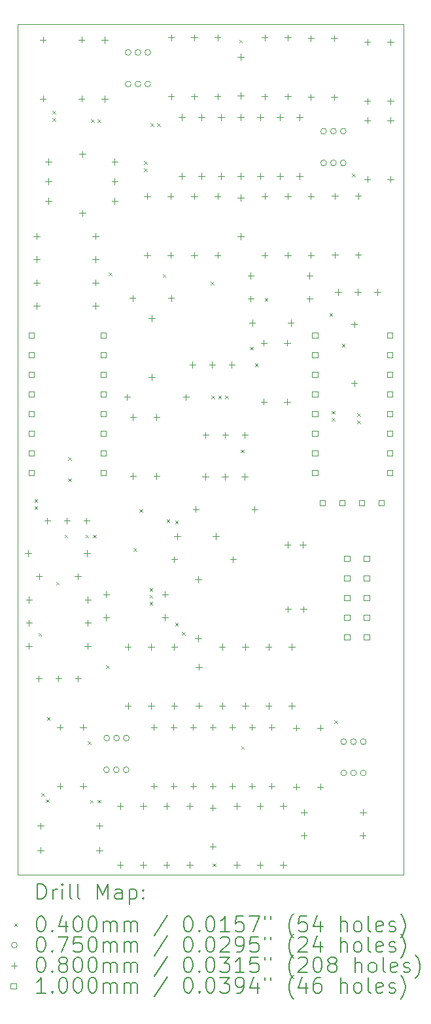
<source format=gbr>
%TF.GenerationSoftware,KiCad,Pcbnew,8.0.6-8.0.6-0~ubuntu22.04.1*%
%TF.CreationDate,2025-01-15T16:43:41+00:00*%
%TF.ProjectId,Basic_VCA,42617369-635f-4564-9341-2e6b69636164,rev?*%
%TF.SameCoordinates,Original*%
%TF.FileFunction,Drillmap*%
%TF.FilePolarity,Positive*%
%FSLAX45Y45*%
G04 Gerber Fmt 4.5, Leading zero omitted, Abs format (unit mm)*
G04 Created by KiCad (PCBNEW 8.0.6-8.0.6-0~ubuntu22.04.1) date 2025-01-15 16:43:41*
%MOMM*%
%LPD*%
G01*
G04 APERTURE LIST*
%ADD10C,0.050000*%
%ADD11C,0.200000*%
%ADD12C,0.100000*%
G04 APERTURE END LIST*
D10*
X5450000Y-3650000D02*
X10450000Y-3650000D01*
X5450000Y-3650000D02*
X5450000Y-14650000D01*
X5450000Y-14650000D02*
X10450000Y-14650000D01*
X10450000Y-3650000D02*
X10450000Y-14650000D01*
D11*
D12*
X5670000Y-9790000D02*
X5710000Y-9830000D01*
X5710000Y-9790000D02*
X5670000Y-9830000D01*
X5670000Y-9880000D02*
X5710000Y-9920000D01*
X5710000Y-9880000D02*
X5670000Y-9920000D01*
X5720000Y-11520000D02*
X5760000Y-11560000D01*
X5760000Y-11520000D02*
X5720000Y-11560000D01*
X5760000Y-13590000D02*
X5800000Y-13630000D01*
X5800000Y-13590000D02*
X5760000Y-13630000D01*
X5820000Y-13670000D02*
X5860000Y-13710000D01*
X5860000Y-13670000D02*
X5820000Y-13710000D01*
X5830000Y-12610000D02*
X5870000Y-12650000D01*
X5870000Y-12610000D02*
X5830000Y-12650000D01*
X5900000Y-4770000D02*
X5940000Y-4810000D01*
X5940000Y-4770000D02*
X5900000Y-4810000D01*
X5900000Y-4860000D02*
X5940000Y-4900000D01*
X5940000Y-4860000D02*
X5900000Y-4900000D01*
X5950000Y-10860000D02*
X5990000Y-10900000D01*
X5990000Y-10860000D02*
X5950000Y-10900000D01*
X6060000Y-10250000D02*
X6100000Y-10290000D01*
X6100000Y-10250000D02*
X6060000Y-10290000D01*
X6105000Y-9245000D02*
X6145000Y-9285000D01*
X6145000Y-9245000D02*
X6105000Y-9285000D01*
X6105000Y-9521066D02*
X6145000Y-9561066D01*
X6145000Y-9521066D02*
X6105000Y-9561066D01*
X6330000Y-10250000D02*
X6370000Y-10290000D01*
X6370000Y-10250000D02*
X6330000Y-10290000D01*
X6360000Y-12920000D02*
X6400000Y-12960000D01*
X6400000Y-12920000D02*
X6360000Y-12960000D01*
X6390000Y-13680000D02*
X6430000Y-13720000D01*
X6430000Y-13680000D02*
X6390000Y-13720000D01*
X6400000Y-4880000D02*
X6440000Y-4920000D01*
X6440000Y-4880000D02*
X6400000Y-4920000D01*
X6430000Y-10250000D02*
X6470000Y-10290000D01*
X6470000Y-10250000D02*
X6430000Y-10290000D01*
X6490000Y-4880000D02*
X6530000Y-4920000D01*
X6530000Y-4880000D02*
X6490000Y-4920000D01*
X6490000Y-13680000D02*
X6530000Y-13720000D01*
X6530000Y-13680000D02*
X6490000Y-13720000D01*
X6600000Y-11940000D02*
X6640000Y-11980000D01*
X6640000Y-11940000D02*
X6600000Y-11980000D01*
X6630000Y-6860000D02*
X6670000Y-6900000D01*
X6670000Y-6860000D02*
X6630000Y-6900000D01*
X6955000Y-10425000D02*
X6995000Y-10465000D01*
X6995000Y-10425000D02*
X6955000Y-10465000D01*
X7030000Y-9920000D02*
X7070000Y-9960000D01*
X7070000Y-9920000D02*
X7030000Y-9960000D01*
X7090000Y-5420000D02*
X7130000Y-5460000D01*
X7130000Y-5420000D02*
X7090000Y-5460000D01*
X7090000Y-5510000D02*
X7130000Y-5550000D01*
X7130000Y-5510000D02*
X7090000Y-5550000D01*
X7160000Y-10940000D02*
X7200000Y-10980000D01*
X7200000Y-10940000D02*
X7160000Y-10980000D01*
X7160000Y-11030000D02*
X7200000Y-11070000D01*
X7200000Y-11030000D02*
X7160000Y-11070000D01*
X7160000Y-11120000D02*
X7200000Y-11160000D01*
X7200000Y-11120000D02*
X7160000Y-11160000D01*
X7170000Y-4930000D02*
X7210000Y-4970000D01*
X7210000Y-4930000D02*
X7170000Y-4970000D01*
X7260000Y-4930000D02*
X7300000Y-4970000D01*
X7300000Y-4930000D02*
X7260000Y-4970000D01*
X7330000Y-6880000D02*
X7370000Y-6920000D01*
X7370000Y-6880000D02*
X7330000Y-6920000D01*
X7380000Y-10050000D02*
X7420000Y-10090000D01*
X7420000Y-10050000D02*
X7380000Y-10090000D01*
X7490000Y-10070000D02*
X7530000Y-10110000D01*
X7530000Y-10070000D02*
X7490000Y-10110000D01*
X7490000Y-11390000D02*
X7530000Y-11430000D01*
X7530000Y-11390000D02*
X7490000Y-11430000D01*
X7580000Y-11510000D02*
X7620000Y-11550000D01*
X7620000Y-11510000D02*
X7580000Y-11550000D01*
X7950000Y-6980000D02*
X7990000Y-7020000D01*
X7990000Y-6980000D02*
X7950000Y-7020000D01*
X7960000Y-8450000D02*
X8000000Y-8490000D01*
X8000000Y-8450000D02*
X7960000Y-8490000D01*
X7980000Y-14500000D02*
X8020000Y-14540000D01*
X8020000Y-14500000D02*
X7980000Y-14540000D01*
X8050000Y-8450000D02*
X8090000Y-8490000D01*
X8090000Y-8450000D02*
X8050000Y-8490000D01*
X8140000Y-8450000D02*
X8180000Y-8490000D01*
X8180000Y-8450000D02*
X8140000Y-8490000D01*
X8320000Y-3850000D02*
X8360000Y-3890000D01*
X8360000Y-3850000D02*
X8320000Y-3890000D01*
X8340000Y-9150000D02*
X8380000Y-9190000D01*
X8380000Y-9150000D02*
X8340000Y-9190000D01*
X8345000Y-12985000D02*
X8385000Y-13025000D01*
X8385000Y-12985000D02*
X8345000Y-13025000D01*
X8460000Y-7820000D02*
X8500000Y-7860000D01*
X8500000Y-7820000D02*
X8460000Y-7860000D01*
X8523033Y-8036967D02*
X8563033Y-8076967D01*
X8563033Y-8036967D02*
X8523033Y-8076967D01*
X8650000Y-7190000D02*
X8690000Y-7230000D01*
X8690000Y-7190000D02*
X8650000Y-7230000D01*
X9488033Y-7381967D02*
X9528033Y-7421967D01*
X9528033Y-7381967D02*
X9488033Y-7421967D01*
X9520000Y-8650000D02*
X9560000Y-8690000D01*
X9560000Y-8650000D02*
X9520000Y-8690000D01*
X9520000Y-8740000D02*
X9560000Y-8780000D01*
X9560000Y-8740000D02*
X9520000Y-8780000D01*
X9550000Y-12650000D02*
X9590000Y-12690000D01*
X9590000Y-12650000D02*
X9550000Y-12690000D01*
X9650000Y-7780000D02*
X9690000Y-7820000D01*
X9690000Y-7780000D02*
X9650000Y-7820000D01*
X9780000Y-5580000D02*
X9820000Y-5620000D01*
X9820000Y-5580000D02*
X9780000Y-5620000D01*
X9850000Y-8680000D02*
X9890000Y-8720000D01*
X9890000Y-8680000D02*
X9850000Y-8720000D01*
X9850000Y-8770000D02*
X9890000Y-8810000D01*
X9890000Y-8770000D02*
X9850000Y-8810000D01*
X6640500Y-13290000D02*
G75*
G02*
X6565500Y-13290000I-37500J0D01*
G01*
X6565500Y-13290000D02*
G75*
G02*
X6640500Y-13290000I37500J0D01*
G01*
X6643524Y-12880000D02*
G75*
G02*
X6568524Y-12880000I-37500J0D01*
G01*
X6568524Y-12880000D02*
G75*
G02*
X6643524Y-12880000I37500J0D01*
G01*
X6767500Y-13290000D02*
G75*
G02*
X6692500Y-13290000I-37500J0D01*
G01*
X6692500Y-13290000D02*
G75*
G02*
X6767500Y-13290000I37500J0D01*
G01*
X6770524Y-12880000D02*
G75*
G02*
X6695524Y-12880000I-37500J0D01*
G01*
X6695524Y-12880000D02*
G75*
G02*
X6770524Y-12880000I37500J0D01*
G01*
X6894500Y-13290000D02*
G75*
G02*
X6819500Y-13290000I-37500J0D01*
G01*
X6819500Y-13290000D02*
G75*
G02*
X6894500Y-13290000I37500J0D01*
G01*
X6897524Y-12880000D02*
G75*
G02*
X6822524Y-12880000I-37500J0D01*
G01*
X6822524Y-12880000D02*
G75*
G02*
X6897524Y-12880000I37500J0D01*
G01*
X6920500Y-4013000D02*
G75*
G02*
X6845500Y-4013000I-37500J0D01*
G01*
X6845500Y-4013000D02*
G75*
G02*
X6920500Y-4013000I37500J0D01*
G01*
X6920500Y-4422000D02*
G75*
G02*
X6845500Y-4422000I-37500J0D01*
G01*
X6845500Y-4422000D02*
G75*
G02*
X6920500Y-4422000I37500J0D01*
G01*
X7047500Y-4013000D02*
G75*
G02*
X6972500Y-4013000I-37500J0D01*
G01*
X6972500Y-4013000D02*
G75*
G02*
X7047500Y-4013000I37500J0D01*
G01*
X7047500Y-4422000D02*
G75*
G02*
X6972500Y-4422000I-37500J0D01*
G01*
X6972500Y-4422000D02*
G75*
G02*
X7047500Y-4422000I37500J0D01*
G01*
X7174500Y-4013000D02*
G75*
G02*
X7099500Y-4013000I-37500J0D01*
G01*
X7099500Y-4013000D02*
G75*
G02*
X7174500Y-4013000I37500J0D01*
G01*
X7174500Y-4422000D02*
G75*
G02*
X7099500Y-4422000I-37500J0D01*
G01*
X7099500Y-4422000D02*
G75*
G02*
X7174500Y-4422000I37500J0D01*
G01*
X9450500Y-5032000D02*
G75*
G02*
X9375500Y-5032000I-37500J0D01*
G01*
X9375500Y-5032000D02*
G75*
G02*
X9450500Y-5032000I37500J0D01*
G01*
X9450500Y-5442000D02*
G75*
G02*
X9375500Y-5442000I-37500J0D01*
G01*
X9375500Y-5442000D02*
G75*
G02*
X9450500Y-5442000I37500J0D01*
G01*
X9577500Y-5032000D02*
G75*
G02*
X9502500Y-5032000I-37500J0D01*
G01*
X9502500Y-5032000D02*
G75*
G02*
X9577500Y-5032000I37500J0D01*
G01*
X9577500Y-5442000D02*
G75*
G02*
X9502500Y-5442000I-37500J0D01*
G01*
X9502500Y-5442000D02*
G75*
G02*
X9577500Y-5442000I37500J0D01*
G01*
X9704500Y-5032000D02*
G75*
G02*
X9629500Y-5032000I-37500J0D01*
G01*
X9629500Y-5032000D02*
G75*
G02*
X9704500Y-5032000I37500J0D01*
G01*
X9704500Y-5442000D02*
G75*
G02*
X9629500Y-5442000I-37500J0D01*
G01*
X9629500Y-5442000D02*
G75*
G02*
X9704500Y-5442000I37500J0D01*
G01*
X9710500Y-12927000D02*
G75*
G02*
X9635500Y-12927000I-37500J0D01*
G01*
X9635500Y-12927000D02*
G75*
G02*
X9710500Y-12927000I37500J0D01*
G01*
X9710500Y-13330000D02*
G75*
G02*
X9635500Y-13330000I-37500J0D01*
G01*
X9635500Y-13330000D02*
G75*
G02*
X9710500Y-13330000I37500J0D01*
G01*
X9837500Y-12927000D02*
G75*
G02*
X9762500Y-12927000I-37500J0D01*
G01*
X9762500Y-12927000D02*
G75*
G02*
X9837500Y-12927000I37500J0D01*
G01*
X9837500Y-13330000D02*
G75*
G02*
X9762500Y-13330000I-37500J0D01*
G01*
X9762500Y-13330000D02*
G75*
G02*
X9837500Y-13330000I37500J0D01*
G01*
X9964500Y-12927000D02*
G75*
G02*
X9889500Y-12927000I-37500J0D01*
G01*
X9889500Y-12927000D02*
G75*
G02*
X9964500Y-12927000I37500J0D01*
G01*
X9964500Y-13330000D02*
G75*
G02*
X9889500Y-13330000I-37500J0D01*
G01*
X9889500Y-13330000D02*
G75*
G02*
X9964500Y-13330000I37500J0D01*
G01*
X5588000Y-10450200D02*
X5588000Y-10530200D01*
X5548000Y-10490200D02*
X5628000Y-10490200D01*
X5598000Y-11650000D02*
X5598000Y-11730000D01*
X5558000Y-11690000D02*
X5638000Y-11690000D01*
X5599000Y-11050000D02*
X5599000Y-11130000D01*
X5559000Y-11090000D02*
X5639000Y-11090000D01*
X5599000Y-11350000D02*
X5599000Y-11430000D01*
X5559000Y-11390000D02*
X5639000Y-11390000D01*
X5699000Y-6350000D02*
X5699000Y-6430000D01*
X5659000Y-6390000D02*
X5739000Y-6390000D01*
X5699000Y-6650000D02*
X5699000Y-6730000D01*
X5659000Y-6690000D02*
X5739000Y-6690000D01*
X5699000Y-6950000D02*
X5699000Y-7030000D01*
X5659000Y-6990000D02*
X5739000Y-6990000D01*
X5699000Y-7250000D02*
X5699000Y-7330000D01*
X5659000Y-7290000D02*
X5739000Y-7290000D01*
X5726000Y-12070000D02*
X5726000Y-12150000D01*
X5686000Y-12110000D02*
X5766000Y-12110000D01*
X5730000Y-10750000D02*
X5730000Y-10830000D01*
X5690000Y-10790000D02*
X5770000Y-10790000D01*
X5749000Y-13975000D02*
X5749000Y-14055000D01*
X5709000Y-14015000D02*
X5789000Y-14015000D01*
X5749000Y-14290000D02*
X5749000Y-14370000D01*
X5709000Y-14330000D02*
X5789000Y-14330000D01*
X5780000Y-3808000D02*
X5780000Y-3888000D01*
X5740000Y-3848000D02*
X5820000Y-3848000D01*
X5780000Y-4570000D02*
X5780000Y-4650000D01*
X5740000Y-4610000D02*
X5820000Y-4610000D01*
X5837000Y-10030000D02*
X5837000Y-10110000D01*
X5797000Y-10070000D02*
X5877000Y-10070000D01*
X5850000Y-5386000D02*
X5850000Y-5466000D01*
X5810000Y-5426000D02*
X5890000Y-5426000D01*
X5850000Y-5640000D02*
X5850000Y-5720000D01*
X5810000Y-5680000D02*
X5890000Y-5680000D01*
X5850000Y-5894000D02*
X5850000Y-5974000D01*
X5810000Y-5934000D02*
X5890000Y-5934000D01*
X5980000Y-12070000D02*
X5980000Y-12150000D01*
X5940000Y-12110000D02*
X6020000Y-12110000D01*
X6000000Y-12699000D02*
X6000000Y-12779000D01*
X5960000Y-12739000D02*
X6040000Y-12739000D01*
X6000000Y-13461000D02*
X6000000Y-13541000D01*
X5960000Y-13501000D02*
X6040000Y-13501000D01*
X6091000Y-10030000D02*
X6091000Y-10110000D01*
X6051000Y-10070000D02*
X6131000Y-10070000D01*
X6230000Y-10750000D02*
X6230000Y-10830000D01*
X6190000Y-10790000D02*
X6270000Y-10790000D01*
X6234000Y-12070000D02*
X6234000Y-12150000D01*
X6194000Y-12110000D02*
X6274000Y-12110000D01*
X6280000Y-3810000D02*
X6280000Y-3890000D01*
X6240000Y-3850000D02*
X6320000Y-3850000D01*
X6280000Y-4572000D02*
X6280000Y-4652000D01*
X6240000Y-4612000D02*
X6320000Y-4612000D01*
X6290000Y-5289000D02*
X6290000Y-5369000D01*
X6250000Y-5329000D02*
X6330000Y-5329000D01*
X6290000Y-6051000D02*
X6290000Y-6131000D01*
X6250000Y-6091000D02*
X6330000Y-6091000D01*
X6300000Y-12699000D02*
X6300000Y-12779000D01*
X6260000Y-12739000D02*
X6340000Y-12739000D01*
X6300000Y-13461000D02*
X6300000Y-13541000D01*
X6260000Y-13501000D02*
X6340000Y-13501000D01*
X6345000Y-10030000D02*
X6345000Y-10110000D01*
X6305000Y-10070000D02*
X6385000Y-10070000D01*
X6350000Y-10450200D02*
X6350000Y-10530200D01*
X6310000Y-10490200D02*
X6390000Y-10490200D01*
X6360000Y-11650000D02*
X6360000Y-11730000D01*
X6320000Y-11690000D02*
X6400000Y-11690000D01*
X6361000Y-11050000D02*
X6361000Y-11130000D01*
X6321000Y-11090000D02*
X6401000Y-11090000D01*
X6361000Y-11350000D02*
X6361000Y-11430000D01*
X6321000Y-11390000D02*
X6401000Y-11390000D01*
X6461000Y-6350000D02*
X6461000Y-6430000D01*
X6421000Y-6390000D02*
X6501000Y-6390000D01*
X6461000Y-6650000D02*
X6461000Y-6730000D01*
X6421000Y-6690000D02*
X6501000Y-6690000D01*
X6461000Y-6950000D02*
X6461000Y-7030000D01*
X6421000Y-6990000D02*
X6501000Y-6990000D01*
X6461000Y-7250000D02*
X6461000Y-7330000D01*
X6421000Y-7290000D02*
X6501000Y-7290000D01*
X6511000Y-13975000D02*
X6511000Y-14055000D01*
X6471000Y-14015000D02*
X6551000Y-14015000D01*
X6511000Y-14290000D02*
X6511000Y-14370000D01*
X6471000Y-14330000D02*
X6551000Y-14330000D01*
X6580000Y-3811000D02*
X6580000Y-3891000D01*
X6540000Y-3851000D02*
X6620000Y-3851000D01*
X6580000Y-4573000D02*
X6580000Y-4653000D01*
X6540000Y-4613000D02*
X6620000Y-4613000D01*
X6598000Y-10980000D02*
X6598000Y-11060000D01*
X6558000Y-11020000D02*
X6638000Y-11020000D01*
X6599000Y-11280000D02*
X6599000Y-11360000D01*
X6559000Y-11320000D02*
X6639000Y-11320000D01*
X6710000Y-5386000D02*
X6710000Y-5466000D01*
X6670000Y-5426000D02*
X6750000Y-5426000D01*
X6710000Y-5640000D02*
X6710000Y-5720000D01*
X6670000Y-5680000D02*
X6750000Y-5680000D01*
X6710000Y-5894000D02*
X6710000Y-5974000D01*
X6670000Y-5934000D02*
X6750000Y-5934000D01*
X6780000Y-13720000D02*
X6780000Y-13800000D01*
X6740000Y-13760000D02*
X6820000Y-13760000D01*
X6780000Y-14482000D02*
X6780000Y-14562000D01*
X6740000Y-14522000D02*
X6820000Y-14522000D01*
X6869000Y-8430000D02*
X6869000Y-8510000D01*
X6829000Y-8470000D02*
X6909000Y-8470000D01*
X6880000Y-11660000D02*
X6880000Y-11740000D01*
X6840000Y-11700000D02*
X6920000Y-11700000D01*
X6880000Y-12422000D02*
X6880000Y-12502000D01*
X6840000Y-12462000D02*
X6920000Y-12462000D01*
X6940000Y-7150000D02*
X6940000Y-7230000D01*
X6900000Y-7190000D02*
X6980000Y-7190000D01*
X6946000Y-8688000D02*
X6946000Y-8768000D01*
X6906000Y-8728000D02*
X6986000Y-8728000D01*
X6946000Y-9450000D02*
X6946000Y-9530000D01*
X6906000Y-9490000D02*
X6986000Y-9490000D01*
X7080000Y-13720000D02*
X7080000Y-13800000D01*
X7040000Y-13760000D02*
X7120000Y-13760000D01*
X7080000Y-14482000D02*
X7080000Y-14562000D01*
X7040000Y-14522000D02*
X7120000Y-14522000D01*
X7130000Y-5833000D02*
X7130000Y-5913000D01*
X7090000Y-5873000D02*
X7170000Y-5873000D01*
X7130000Y-6595000D02*
X7130000Y-6675000D01*
X7090000Y-6635000D02*
X7170000Y-6635000D01*
X7180000Y-11659000D02*
X7180000Y-11739000D01*
X7140000Y-11699000D02*
X7220000Y-11699000D01*
X7180000Y-12421000D02*
X7180000Y-12501000D01*
X7140000Y-12461000D02*
X7220000Y-12461000D01*
X7190000Y-7409000D02*
X7190000Y-7489000D01*
X7150000Y-7449000D02*
X7230000Y-7449000D01*
X7190000Y-8171000D02*
X7190000Y-8251000D01*
X7150000Y-8211000D02*
X7230000Y-8211000D01*
X7217500Y-12700000D02*
X7217500Y-12780000D01*
X7177500Y-12740000D02*
X7257500Y-12740000D01*
X7217500Y-13462000D02*
X7217500Y-13542000D01*
X7177500Y-13502000D02*
X7257500Y-13502000D01*
X7250000Y-8688000D02*
X7250000Y-8768000D01*
X7210000Y-8728000D02*
X7290000Y-8728000D01*
X7250000Y-9450000D02*
X7250000Y-9530000D01*
X7210000Y-9490000D02*
X7290000Y-9490000D01*
X7360000Y-10980000D02*
X7360000Y-11060000D01*
X7320000Y-11020000D02*
X7400000Y-11020000D01*
X7361000Y-11280000D02*
X7361000Y-11360000D01*
X7321000Y-11320000D02*
X7401000Y-11320000D01*
X7380000Y-13720000D02*
X7380000Y-13800000D01*
X7340000Y-13760000D02*
X7420000Y-13760000D01*
X7380000Y-14482000D02*
X7380000Y-14562000D01*
X7340000Y-14522000D02*
X7420000Y-14522000D01*
X7430000Y-5832000D02*
X7430000Y-5912000D01*
X7390000Y-5872000D02*
X7470000Y-5872000D01*
X7430000Y-6594000D02*
X7430000Y-6674000D01*
X7390000Y-6634000D02*
X7470000Y-6634000D01*
X7440000Y-3781000D02*
X7440000Y-3861000D01*
X7400000Y-3821000D02*
X7480000Y-3821000D01*
X7440000Y-4543000D02*
X7440000Y-4623000D01*
X7400000Y-4583000D02*
X7480000Y-4583000D01*
X7440000Y-7150000D02*
X7440000Y-7230000D01*
X7400000Y-7190000D02*
X7480000Y-7190000D01*
X7471500Y-12700000D02*
X7471500Y-12780000D01*
X7431500Y-12740000D02*
X7511500Y-12740000D01*
X7471500Y-13462000D02*
X7471500Y-13542000D01*
X7431500Y-13502000D02*
X7511500Y-13502000D01*
X7479000Y-10530000D02*
X7479000Y-10610000D01*
X7439000Y-10570000D02*
X7519000Y-10570000D01*
X7480000Y-11659000D02*
X7480000Y-11739000D01*
X7440000Y-11699000D02*
X7520000Y-11699000D01*
X7480000Y-12421000D02*
X7480000Y-12501000D01*
X7440000Y-12461000D02*
X7520000Y-12461000D01*
X7520000Y-10230000D02*
X7520000Y-10310000D01*
X7480000Y-10270000D02*
X7560000Y-10270000D01*
X7577500Y-4812000D02*
X7577500Y-4892000D01*
X7537500Y-4852000D02*
X7617500Y-4852000D01*
X7577500Y-5574000D02*
X7577500Y-5654000D01*
X7537500Y-5614000D02*
X7617500Y-5614000D01*
X7631000Y-8430000D02*
X7631000Y-8510000D01*
X7591000Y-8470000D02*
X7671000Y-8470000D01*
X7680000Y-13720000D02*
X7680000Y-13800000D01*
X7640000Y-13760000D02*
X7720000Y-13760000D01*
X7680000Y-14482000D02*
X7680000Y-14562000D01*
X7640000Y-14522000D02*
X7720000Y-14522000D01*
X7716000Y-8010000D02*
X7716000Y-8090000D01*
X7676000Y-8050000D02*
X7756000Y-8050000D01*
X7725500Y-12700000D02*
X7725500Y-12780000D01*
X7685500Y-12740000D02*
X7765500Y-12740000D01*
X7725500Y-13462000D02*
X7725500Y-13542000D01*
X7685500Y-13502000D02*
X7765500Y-13502000D01*
X7740000Y-3781000D02*
X7740000Y-3861000D01*
X7700000Y-3821000D02*
X7780000Y-3821000D01*
X7740000Y-4543000D02*
X7740000Y-4623000D01*
X7700000Y-4583000D02*
X7780000Y-4583000D01*
X7740000Y-5832000D02*
X7740000Y-5912000D01*
X7700000Y-5872000D02*
X7780000Y-5872000D01*
X7740000Y-6594000D02*
X7740000Y-6674000D01*
X7700000Y-6634000D02*
X7780000Y-6634000D01*
X7759000Y-9880000D02*
X7759000Y-9960000D01*
X7719000Y-9920000D02*
X7799000Y-9920000D01*
X7790000Y-10790000D02*
X7790000Y-10870000D01*
X7750000Y-10830000D02*
X7830000Y-10830000D01*
X7790000Y-11552000D02*
X7790000Y-11632000D01*
X7750000Y-11592000D02*
X7830000Y-11592000D01*
X7800000Y-11920000D02*
X7800000Y-12000000D01*
X7760000Y-11960000D02*
X7840000Y-11960000D01*
X7800000Y-12420000D02*
X7800000Y-12500000D01*
X7760000Y-12460000D02*
X7840000Y-12460000D01*
X7831500Y-4812000D02*
X7831500Y-4892000D01*
X7791500Y-4852000D02*
X7871500Y-4852000D01*
X7831500Y-5574000D02*
X7831500Y-5654000D01*
X7791500Y-5614000D02*
X7871500Y-5614000D01*
X7882000Y-9460000D02*
X7882000Y-9540000D01*
X7842000Y-9500000D02*
X7922000Y-9500000D01*
X7886000Y-8920000D02*
X7886000Y-9000000D01*
X7846000Y-8960000D02*
X7926000Y-8960000D01*
X7970000Y-8010000D02*
X7970000Y-8090000D01*
X7930000Y-8050000D02*
X8010000Y-8050000D01*
X7979500Y-12700000D02*
X7979500Y-12780000D01*
X7939500Y-12740000D02*
X8019500Y-12740000D01*
X7979500Y-13462000D02*
X7979500Y-13542000D01*
X7939500Y-13502000D02*
X8019500Y-13502000D01*
X7980000Y-13740000D02*
X7980000Y-13820000D01*
X7940000Y-13780000D02*
X8020000Y-13780000D01*
X7980000Y-14240000D02*
X7980000Y-14320000D01*
X7940000Y-14280000D02*
X8020000Y-14280000D01*
X8020000Y-10230000D02*
X8020000Y-10310000D01*
X7980000Y-10270000D02*
X8060000Y-10270000D01*
X8040000Y-3781000D02*
X8040000Y-3861000D01*
X8000000Y-3821000D02*
X8080000Y-3821000D01*
X8040000Y-4543000D02*
X8040000Y-4623000D01*
X8000000Y-4583000D02*
X8080000Y-4583000D01*
X8040000Y-5832000D02*
X8040000Y-5912000D01*
X8000000Y-5872000D02*
X8080000Y-5872000D01*
X8040000Y-6594000D02*
X8040000Y-6674000D01*
X8000000Y-6634000D02*
X8080000Y-6634000D01*
X8085500Y-4812000D02*
X8085500Y-4892000D01*
X8045500Y-4852000D02*
X8125500Y-4852000D01*
X8085500Y-5574000D02*
X8085500Y-5654000D01*
X8045500Y-5614000D02*
X8125500Y-5614000D01*
X8100000Y-11660000D02*
X8100000Y-11740000D01*
X8060000Y-11700000D02*
X8140000Y-11700000D01*
X8100000Y-12422000D02*
X8100000Y-12502000D01*
X8060000Y-12462000D02*
X8140000Y-12462000D01*
X8136000Y-9460000D02*
X8136000Y-9540000D01*
X8096000Y-9500000D02*
X8176000Y-9500000D01*
X8140000Y-8920000D02*
X8140000Y-9000000D01*
X8100000Y-8960000D02*
X8180000Y-8960000D01*
X8224000Y-8010000D02*
X8224000Y-8090000D01*
X8184000Y-8050000D02*
X8264000Y-8050000D01*
X8233500Y-12700000D02*
X8233500Y-12780000D01*
X8193500Y-12740000D02*
X8273500Y-12740000D01*
X8233500Y-13462000D02*
X8233500Y-13542000D01*
X8193500Y-13502000D02*
X8273500Y-13502000D01*
X8241000Y-10530000D02*
X8241000Y-10610000D01*
X8201000Y-10570000D02*
X8281000Y-10570000D01*
X8290000Y-13720000D02*
X8290000Y-13800000D01*
X8250000Y-13760000D02*
X8330000Y-13760000D01*
X8290000Y-14482000D02*
X8290000Y-14562000D01*
X8250000Y-14522000D02*
X8330000Y-14522000D01*
X8339500Y-4812000D02*
X8339500Y-4892000D01*
X8299500Y-4852000D02*
X8379500Y-4852000D01*
X8339500Y-5574000D02*
X8339500Y-5654000D01*
X8299500Y-5614000D02*
X8379500Y-5614000D01*
X8340000Y-4032000D02*
X8340000Y-4112000D01*
X8300000Y-4072000D02*
X8380000Y-4072000D01*
X8340000Y-4532000D02*
X8340000Y-4612000D01*
X8300000Y-4572000D02*
X8380000Y-4572000D01*
X8340000Y-5852000D02*
X8340000Y-5932000D01*
X8300000Y-5892000D02*
X8380000Y-5892000D01*
X8340000Y-6352000D02*
X8340000Y-6432000D01*
X8300000Y-6392000D02*
X8380000Y-6392000D01*
X8390000Y-9460000D02*
X8390000Y-9540000D01*
X8350000Y-9500000D02*
X8430000Y-9500000D01*
X8394000Y-8920000D02*
X8394000Y-9000000D01*
X8354000Y-8960000D02*
X8434000Y-8960000D01*
X8400000Y-11659000D02*
X8400000Y-11739000D01*
X8360000Y-11699000D02*
X8440000Y-11699000D01*
X8400000Y-12421000D02*
X8400000Y-12501000D01*
X8360000Y-12461000D02*
X8440000Y-12461000D01*
X8469000Y-6860000D02*
X8469000Y-6940000D01*
X8429000Y-6900000D02*
X8509000Y-6900000D01*
X8469000Y-7160000D02*
X8469000Y-7240000D01*
X8429000Y-7200000D02*
X8509000Y-7200000D01*
X8487500Y-12700000D02*
X8487500Y-12780000D01*
X8447500Y-12740000D02*
X8527500Y-12740000D01*
X8487500Y-13462000D02*
X8487500Y-13542000D01*
X8447500Y-13502000D02*
X8527500Y-13502000D01*
X8490000Y-7470000D02*
X8490000Y-7550000D01*
X8450000Y-7510000D02*
X8530000Y-7510000D01*
X8521000Y-9880000D02*
X8521000Y-9960000D01*
X8481000Y-9920000D02*
X8561000Y-9920000D01*
X8590000Y-13720000D02*
X8590000Y-13800000D01*
X8550000Y-13760000D02*
X8630000Y-13760000D01*
X8590000Y-14482000D02*
X8590000Y-14562000D01*
X8550000Y-14522000D02*
X8630000Y-14522000D01*
X8593500Y-4812000D02*
X8593500Y-4892000D01*
X8553500Y-4852000D02*
X8633500Y-4852000D01*
X8593500Y-5574000D02*
X8593500Y-5654000D01*
X8553500Y-5614000D02*
X8633500Y-5614000D01*
X8640000Y-7729000D02*
X8640000Y-7809000D01*
X8600000Y-7769000D02*
X8680000Y-7769000D01*
X8640000Y-8491000D02*
X8640000Y-8571000D01*
X8600000Y-8531000D02*
X8680000Y-8531000D01*
X8650000Y-3781000D02*
X8650000Y-3861000D01*
X8610000Y-3821000D02*
X8690000Y-3821000D01*
X8650000Y-4543000D02*
X8650000Y-4623000D01*
X8610000Y-4583000D02*
X8690000Y-4583000D01*
X8650000Y-5832000D02*
X8650000Y-5912000D01*
X8610000Y-5872000D02*
X8690000Y-5872000D01*
X8650000Y-6594000D02*
X8650000Y-6674000D01*
X8610000Y-6634000D02*
X8690000Y-6634000D01*
X8700000Y-11659000D02*
X8700000Y-11739000D01*
X8660000Y-11699000D02*
X8740000Y-11699000D01*
X8700000Y-12421000D02*
X8700000Y-12501000D01*
X8660000Y-12461000D02*
X8740000Y-12461000D01*
X8741500Y-12700000D02*
X8741500Y-12780000D01*
X8701500Y-12740000D02*
X8781500Y-12740000D01*
X8741500Y-13462000D02*
X8741500Y-13542000D01*
X8701500Y-13502000D02*
X8781500Y-13502000D01*
X8847500Y-4812000D02*
X8847500Y-4892000D01*
X8807500Y-4852000D02*
X8887500Y-4852000D01*
X8847500Y-5574000D02*
X8847500Y-5654000D01*
X8807500Y-5614000D02*
X8887500Y-5614000D01*
X8890000Y-13720000D02*
X8890000Y-13800000D01*
X8850000Y-13760000D02*
X8930000Y-13760000D01*
X8890000Y-14482000D02*
X8890000Y-14562000D01*
X8850000Y-14522000D02*
X8930000Y-14522000D01*
X8940000Y-7729000D02*
X8940000Y-7809000D01*
X8900000Y-7769000D02*
X8980000Y-7769000D01*
X8940000Y-8491000D02*
X8940000Y-8571000D01*
X8900000Y-8531000D02*
X8980000Y-8531000D01*
X8946000Y-10340000D02*
X8946000Y-10420000D01*
X8906000Y-10380000D02*
X8986000Y-10380000D01*
X8950000Y-3782000D02*
X8950000Y-3862000D01*
X8910000Y-3822000D02*
X8990000Y-3822000D01*
X8950000Y-4544000D02*
X8950000Y-4624000D01*
X8910000Y-4584000D02*
X8990000Y-4584000D01*
X8950000Y-5832000D02*
X8950000Y-5912000D01*
X8910000Y-5872000D02*
X8990000Y-5872000D01*
X8950000Y-6594000D02*
X8950000Y-6674000D01*
X8910000Y-6634000D02*
X8990000Y-6634000D01*
X8951511Y-11172000D02*
X8951511Y-11252000D01*
X8911511Y-11212000D02*
X8991511Y-11212000D01*
X8990000Y-7470000D02*
X8990000Y-7550000D01*
X8950000Y-7510000D02*
X9030000Y-7510000D01*
X9000000Y-11659000D02*
X9000000Y-11739000D01*
X8960000Y-11699000D02*
X9040000Y-11699000D01*
X9000000Y-12421000D02*
X9000000Y-12501000D01*
X8960000Y-12461000D02*
X9040000Y-12461000D01*
X9060000Y-12708000D02*
X9060000Y-12788000D01*
X9020000Y-12748000D02*
X9100000Y-12748000D01*
X9060000Y-13470000D02*
X9060000Y-13550000D01*
X9020000Y-13510000D02*
X9100000Y-13510000D01*
X9101500Y-4812000D02*
X9101500Y-4892000D01*
X9061500Y-4852000D02*
X9141500Y-4852000D01*
X9101500Y-5574000D02*
X9101500Y-5654000D01*
X9061500Y-5614000D02*
X9141500Y-5614000D01*
X9146000Y-10340000D02*
X9146000Y-10420000D01*
X9106000Y-10380000D02*
X9186000Y-10380000D01*
X9151511Y-11172000D02*
X9151511Y-11252000D01*
X9111511Y-11212000D02*
X9191511Y-11212000D01*
X9159000Y-14100000D02*
X9159000Y-14180000D01*
X9119000Y-14140000D02*
X9199000Y-14140000D01*
X9161000Y-13800000D02*
X9161000Y-13880000D01*
X9121000Y-13840000D02*
X9201000Y-13840000D01*
X9231000Y-6860000D02*
X9231000Y-6940000D01*
X9191000Y-6900000D02*
X9271000Y-6900000D01*
X9231000Y-7160000D02*
X9231000Y-7240000D01*
X9191000Y-7200000D02*
X9271000Y-7200000D01*
X9250000Y-3790000D02*
X9250000Y-3870000D01*
X9210000Y-3830000D02*
X9290000Y-3830000D01*
X9250000Y-4552000D02*
X9250000Y-4632000D01*
X9210000Y-4592000D02*
X9290000Y-4592000D01*
X9250000Y-5832000D02*
X9250000Y-5912000D01*
X9210000Y-5872000D02*
X9290000Y-5872000D01*
X9250000Y-6594000D02*
X9250000Y-6674000D01*
X9210000Y-6634000D02*
X9290000Y-6634000D01*
X9370000Y-12708000D02*
X9370000Y-12788000D01*
X9330000Y-12748000D02*
X9410000Y-12748000D01*
X9370000Y-13470000D02*
X9370000Y-13550000D01*
X9330000Y-13510000D02*
X9410000Y-13510000D01*
X9550000Y-3790000D02*
X9550000Y-3870000D01*
X9510000Y-3830000D02*
X9590000Y-3830000D01*
X9550000Y-4552000D02*
X9550000Y-4632000D01*
X9510000Y-4592000D02*
X9590000Y-4592000D01*
X9560000Y-5831000D02*
X9560000Y-5911000D01*
X9520000Y-5871000D02*
X9600000Y-5871000D01*
X9560000Y-6593000D02*
X9560000Y-6673000D01*
X9520000Y-6633000D02*
X9600000Y-6633000D01*
X9600000Y-7070000D02*
X9600000Y-7150000D01*
X9560000Y-7110000D02*
X9640000Y-7110000D01*
X9810000Y-7489000D02*
X9810000Y-7569000D01*
X9770000Y-7529000D02*
X9850000Y-7529000D01*
X9810000Y-8251000D02*
X9810000Y-8331000D01*
X9770000Y-8291000D02*
X9850000Y-8291000D01*
X9854000Y-7070000D02*
X9854000Y-7150000D01*
X9814000Y-7110000D02*
X9894000Y-7110000D01*
X9860000Y-5831000D02*
X9860000Y-5911000D01*
X9820000Y-5871000D02*
X9900000Y-5871000D01*
X9860000Y-6593000D02*
X9860000Y-6673000D01*
X9820000Y-6633000D02*
X9900000Y-6633000D01*
X9921000Y-14100000D02*
X9921000Y-14180000D01*
X9881000Y-14140000D02*
X9961000Y-14140000D01*
X9923000Y-13800000D02*
X9923000Y-13880000D01*
X9883000Y-13840000D02*
X9963000Y-13840000D01*
X9980000Y-3840000D02*
X9980000Y-3920000D01*
X9940000Y-3880000D02*
X10020000Y-3880000D01*
X9980000Y-4602000D02*
X9980000Y-4682000D01*
X9940000Y-4642000D02*
X10020000Y-4642000D01*
X9980000Y-4851000D02*
X9980000Y-4931000D01*
X9940000Y-4891000D02*
X10020000Y-4891000D01*
X9980000Y-5613000D02*
X9980000Y-5693000D01*
X9940000Y-5653000D02*
X10020000Y-5653000D01*
X10108000Y-7070000D02*
X10108000Y-7150000D01*
X10068000Y-7110000D02*
X10148000Y-7110000D01*
X10280000Y-3840000D02*
X10280000Y-3920000D01*
X10240000Y-3880000D02*
X10320000Y-3880000D01*
X10280000Y-4602000D02*
X10280000Y-4682000D01*
X10240000Y-4642000D02*
X10320000Y-4642000D01*
X10280000Y-4851000D02*
X10280000Y-4931000D01*
X10240000Y-4891000D02*
X10320000Y-4891000D01*
X10280000Y-5613000D02*
X10280000Y-5693000D01*
X10240000Y-5653000D02*
X10320000Y-5653000D01*
X5665356Y-7705356D02*
X5665356Y-7634644D01*
X5594644Y-7634644D01*
X5594644Y-7705356D01*
X5665356Y-7705356D01*
X5665356Y-7959356D02*
X5665356Y-7888644D01*
X5594644Y-7888644D01*
X5594644Y-7959356D01*
X5665356Y-7959356D01*
X5665356Y-8213356D02*
X5665356Y-8142644D01*
X5594644Y-8142644D01*
X5594644Y-8213356D01*
X5665356Y-8213356D01*
X5665356Y-8467356D02*
X5665356Y-8396644D01*
X5594644Y-8396644D01*
X5594644Y-8467356D01*
X5665356Y-8467356D01*
X5665356Y-8721356D02*
X5665356Y-8650644D01*
X5594644Y-8650644D01*
X5594644Y-8721356D01*
X5665356Y-8721356D01*
X5665356Y-8975356D02*
X5665356Y-8904644D01*
X5594644Y-8904644D01*
X5594644Y-8975356D01*
X5665356Y-8975356D01*
X5665356Y-9229356D02*
X5665356Y-9158644D01*
X5594644Y-9158644D01*
X5594644Y-9229356D01*
X5665356Y-9229356D01*
X5665356Y-9483356D02*
X5665356Y-9412644D01*
X5594644Y-9412644D01*
X5594644Y-9483356D01*
X5665356Y-9483356D01*
X6595356Y-7705356D02*
X6595356Y-7634644D01*
X6524644Y-7634644D01*
X6524644Y-7705356D01*
X6595356Y-7705356D01*
X6595356Y-7959356D02*
X6595356Y-7888644D01*
X6524644Y-7888644D01*
X6524644Y-7959356D01*
X6595356Y-7959356D01*
X6595356Y-8213356D02*
X6595356Y-8142644D01*
X6524644Y-8142644D01*
X6524644Y-8213356D01*
X6595356Y-8213356D01*
X6595356Y-8467356D02*
X6595356Y-8396644D01*
X6524644Y-8396644D01*
X6524644Y-8467356D01*
X6595356Y-8467356D01*
X6595356Y-8721356D02*
X6595356Y-8650644D01*
X6524644Y-8650644D01*
X6524644Y-8721356D01*
X6595356Y-8721356D01*
X6595356Y-8975356D02*
X6595356Y-8904644D01*
X6524644Y-8904644D01*
X6524644Y-8975356D01*
X6595356Y-8975356D01*
X6595356Y-9229356D02*
X6595356Y-9158644D01*
X6524644Y-9158644D01*
X6524644Y-9229356D01*
X6595356Y-9229356D01*
X6595356Y-9483356D02*
X6595356Y-9412644D01*
X6524644Y-9412644D01*
X6524644Y-9483356D01*
X6595356Y-9483356D01*
X9335356Y-7705356D02*
X9335356Y-7634644D01*
X9264644Y-7634644D01*
X9264644Y-7705356D01*
X9335356Y-7705356D01*
X9335356Y-7959356D02*
X9335356Y-7888644D01*
X9264644Y-7888644D01*
X9264644Y-7959356D01*
X9335356Y-7959356D01*
X9335356Y-8213356D02*
X9335356Y-8142644D01*
X9264644Y-8142644D01*
X9264644Y-8213356D01*
X9335356Y-8213356D01*
X9335356Y-8467356D02*
X9335356Y-8396644D01*
X9264644Y-8396644D01*
X9264644Y-8467356D01*
X9335356Y-8467356D01*
X9335356Y-8721356D02*
X9335356Y-8650644D01*
X9264644Y-8650644D01*
X9264644Y-8721356D01*
X9335356Y-8721356D01*
X9335356Y-8975356D02*
X9335356Y-8904644D01*
X9264644Y-8904644D01*
X9264644Y-8975356D01*
X9335356Y-8975356D01*
X9335356Y-9229356D02*
X9335356Y-9158644D01*
X9264644Y-9158644D01*
X9264644Y-9229356D01*
X9335356Y-9229356D01*
X9335356Y-9483356D02*
X9335356Y-9412644D01*
X9264644Y-9412644D01*
X9264644Y-9483356D01*
X9335356Y-9483356D01*
X9435356Y-9875356D02*
X9435356Y-9804644D01*
X9364644Y-9804644D01*
X9364644Y-9875356D01*
X9435356Y-9875356D01*
X9689356Y-9875356D02*
X9689356Y-9804644D01*
X9618644Y-9804644D01*
X9618644Y-9875356D01*
X9689356Y-9875356D01*
X9751356Y-10593356D02*
X9751356Y-10522644D01*
X9680644Y-10522644D01*
X9680644Y-10593356D01*
X9751356Y-10593356D01*
X9751356Y-10847356D02*
X9751356Y-10776644D01*
X9680644Y-10776644D01*
X9680644Y-10847356D01*
X9751356Y-10847356D01*
X9751356Y-11101356D02*
X9751356Y-11030644D01*
X9680644Y-11030644D01*
X9680644Y-11101356D01*
X9751356Y-11101356D01*
X9751356Y-11355356D02*
X9751356Y-11284644D01*
X9680644Y-11284644D01*
X9680644Y-11355356D01*
X9751356Y-11355356D01*
X9751356Y-11609356D02*
X9751356Y-11538644D01*
X9680644Y-11538644D01*
X9680644Y-11609356D01*
X9751356Y-11609356D01*
X9943356Y-9875356D02*
X9943356Y-9804644D01*
X9872644Y-9804644D01*
X9872644Y-9875356D01*
X9943356Y-9875356D01*
X10005356Y-10593356D02*
X10005356Y-10522644D01*
X9934644Y-10522644D01*
X9934644Y-10593356D01*
X10005356Y-10593356D01*
X10005356Y-10847356D02*
X10005356Y-10776644D01*
X9934644Y-10776644D01*
X9934644Y-10847356D01*
X10005356Y-10847356D01*
X10005356Y-11101356D02*
X10005356Y-11030644D01*
X9934644Y-11030644D01*
X9934644Y-11101356D01*
X10005356Y-11101356D01*
X10005356Y-11355356D02*
X10005356Y-11284644D01*
X9934644Y-11284644D01*
X9934644Y-11355356D01*
X10005356Y-11355356D01*
X10005356Y-11609356D02*
X10005356Y-11538644D01*
X9934644Y-11538644D01*
X9934644Y-11609356D01*
X10005356Y-11609356D01*
X10197356Y-9875356D02*
X10197356Y-9804644D01*
X10126644Y-9804644D01*
X10126644Y-9875356D01*
X10197356Y-9875356D01*
X10305356Y-7705356D02*
X10305356Y-7634644D01*
X10234644Y-7634644D01*
X10234644Y-7705356D01*
X10305356Y-7705356D01*
X10305356Y-7959356D02*
X10305356Y-7888644D01*
X10234644Y-7888644D01*
X10234644Y-7959356D01*
X10305356Y-7959356D01*
X10305356Y-8213356D02*
X10305356Y-8142644D01*
X10234644Y-8142644D01*
X10234644Y-8213356D01*
X10305356Y-8213356D01*
X10305356Y-8467356D02*
X10305356Y-8396644D01*
X10234644Y-8396644D01*
X10234644Y-8467356D01*
X10305356Y-8467356D01*
X10305356Y-8721356D02*
X10305356Y-8650644D01*
X10234644Y-8650644D01*
X10234644Y-8721356D01*
X10305356Y-8721356D01*
X10305356Y-8975356D02*
X10305356Y-8904644D01*
X10234644Y-8904644D01*
X10234644Y-8975356D01*
X10305356Y-8975356D01*
X10305356Y-9229356D02*
X10305356Y-9158644D01*
X10234644Y-9158644D01*
X10234644Y-9229356D01*
X10305356Y-9229356D01*
X10305356Y-9483356D02*
X10305356Y-9412644D01*
X10234644Y-9412644D01*
X10234644Y-9483356D01*
X10305356Y-9483356D01*
D11*
X5708277Y-14963984D02*
X5708277Y-14763984D01*
X5708277Y-14763984D02*
X5755896Y-14763984D01*
X5755896Y-14763984D02*
X5784467Y-14773508D01*
X5784467Y-14773508D02*
X5803515Y-14792555D01*
X5803515Y-14792555D02*
X5813039Y-14811603D01*
X5813039Y-14811603D02*
X5822562Y-14849698D01*
X5822562Y-14849698D02*
X5822562Y-14878269D01*
X5822562Y-14878269D02*
X5813039Y-14916365D01*
X5813039Y-14916365D02*
X5803515Y-14935412D01*
X5803515Y-14935412D02*
X5784467Y-14954460D01*
X5784467Y-14954460D02*
X5755896Y-14963984D01*
X5755896Y-14963984D02*
X5708277Y-14963984D01*
X5908277Y-14963984D02*
X5908277Y-14830650D01*
X5908277Y-14868746D02*
X5917801Y-14849698D01*
X5917801Y-14849698D02*
X5927324Y-14840174D01*
X5927324Y-14840174D02*
X5946372Y-14830650D01*
X5946372Y-14830650D02*
X5965420Y-14830650D01*
X6032086Y-14963984D02*
X6032086Y-14830650D01*
X6032086Y-14763984D02*
X6022562Y-14773508D01*
X6022562Y-14773508D02*
X6032086Y-14783031D01*
X6032086Y-14783031D02*
X6041610Y-14773508D01*
X6041610Y-14773508D02*
X6032086Y-14763984D01*
X6032086Y-14763984D02*
X6032086Y-14783031D01*
X6155896Y-14963984D02*
X6136848Y-14954460D01*
X6136848Y-14954460D02*
X6127324Y-14935412D01*
X6127324Y-14935412D02*
X6127324Y-14763984D01*
X6260658Y-14963984D02*
X6241610Y-14954460D01*
X6241610Y-14954460D02*
X6232086Y-14935412D01*
X6232086Y-14935412D02*
X6232086Y-14763984D01*
X6489229Y-14963984D02*
X6489229Y-14763984D01*
X6489229Y-14763984D02*
X6555896Y-14906841D01*
X6555896Y-14906841D02*
X6622562Y-14763984D01*
X6622562Y-14763984D02*
X6622562Y-14963984D01*
X6803515Y-14963984D02*
X6803515Y-14859222D01*
X6803515Y-14859222D02*
X6793991Y-14840174D01*
X6793991Y-14840174D02*
X6774943Y-14830650D01*
X6774943Y-14830650D02*
X6736848Y-14830650D01*
X6736848Y-14830650D02*
X6717801Y-14840174D01*
X6803515Y-14954460D02*
X6784467Y-14963984D01*
X6784467Y-14963984D02*
X6736848Y-14963984D01*
X6736848Y-14963984D02*
X6717801Y-14954460D01*
X6717801Y-14954460D02*
X6708277Y-14935412D01*
X6708277Y-14935412D02*
X6708277Y-14916365D01*
X6708277Y-14916365D02*
X6717801Y-14897317D01*
X6717801Y-14897317D02*
X6736848Y-14887793D01*
X6736848Y-14887793D02*
X6784467Y-14887793D01*
X6784467Y-14887793D02*
X6803515Y-14878269D01*
X6898753Y-14830650D02*
X6898753Y-15030650D01*
X6898753Y-14840174D02*
X6917801Y-14830650D01*
X6917801Y-14830650D02*
X6955896Y-14830650D01*
X6955896Y-14830650D02*
X6974943Y-14840174D01*
X6974943Y-14840174D02*
X6984467Y-14849698D01*
X6984467Y-14849698D02*
X6993991Y-14868746D01*
X6993991Y-14868746D02*
X6993991Y-14925888D01*
X6993991Y-14925888D02*
X6984467Y-14944936D01*
X6984467Y-14944936D02*
X6974943Y-14954460D01*
X6974943Y-14954460D02*
X6955896Y-14963984D01*
X6955896Y-14963984D02*
X6917801Y-14963984D01*
X6917801Y-14963984D02*
X6898753Y-14954460D01*
X7079705Y-14944936D02*
X7089229Y-14954460D01*
X7089229Y-14954460D02*
X7079705Y-14963984D01*
X7079705Y-14963984D02*
X7070182Y-14954460D01*
X7070182Y-14954460D02*
X7079705Y-14944936D01*
X7079705Y-14944936D02*
X7079705Y-14963984D01*
X7079705Y-14840174D02*
X7089229Y-14849698D01*
X7089229Y-14849698D02*
X7079705Y-14859222D01*
X7079705Y-14859222D02*
X7070182Y-14849698D01*
X7070182Y-14849698D02*
X7079705Y-14840174D01*
X7079705Y-14840174D02*
X7079705Y-14859222D01*
D12*
X5407500Y-15272500D02*
X5447500Y-15312500D01*
X5447500Y-15272500D02*
X5407500Y-15312500D01*
D11*
X5746372Y-15183984D02*
X5765420Y-15183984D01*
X5765420Y-15183984D02*
X5784467Y-15193508D01*
X5784467Y-15193508D02*
X5793991Y-15203031D01*
X5793991Y-15203031D02*
X5803515Y-15222079D01*
X5803515Y-15222079D02*
X5813039Y-15260174D01*
X5813039Y-15260174D02*
X5813039Y-15307793D01*
X5813039Y-15307793D02*
X5803515Y-15345888D01*
X5803515Y-15345888D02*
X5793991Y-15364936D01*
X5793991Y-15364936D02*
X5784467Y-15374460D01*
X5784467Y-15374460D02*
X5765420Y-15383984D01*
X5765420Y-15383984D02*
X5746372Y-15383984D01*
X5746372Y-15383984D02*
X5727324Y-15374460D01*
X5727324Y-15374460D02*
X5717801Y-15364936D01*
X5717801Y-15364936D02*
X5708277Y-15345888D01*
X5708277Y-15345888D02*
X5698753Y-15307793D01*
X5698753Y-15307793D02*
X5698753Y-15260174D01*
X5698753Y-15260174D02*
X5708277Y-15222079D01*
X5708277Y-15222079D02*
X5717801Y-15203031D01*
X5717801Y-15203031D02*
X5727324Y-15193508D01*
X5727324Y-15193508D02*
X5746372Y-15183984D01*
X5898753Y-15364936D02*
X5908277Y-15374460D01*
X5908277Y-15374460D02*
X5898753Y-15383984D01*
X5898753Y-15383984D02*
X5889229Y-15374460D01*
X5889229Y-15374460D02*
X5898753Y-15364936D01*
X5898753Y-15364936D02*
X5898753Y-15383984D01*
X6079705Y-15250650D02*
X6079705Y-15383984D01*
X6032086Y-15174460D02*
X5984467Y-15317317D01*
X5984467Y-15317317D02*
X6108277Y-15317317D01*
X6222562Y-15183984D02*
X6241610Y-15183984D01*
X6241610Y-15183984D02*
X6260658Y-15193508D01*
X6260658Y-15193508D02*
X6270182Y-15203031D01*
X6270182Y-15203031D02*
X6279705Y-15222079D01*
X6279705Y-15222079D02*
X6289229Y-15260174D01*
X6289229Y-15260174D02*
X6289229Y-15307793D01*
X6289229Y-15307793D02*
X6279705Y-15345888D01*
X6279705Y-15345888D02*
X6270182Y-15364936D01*
X6270182Y-15364936D02*
X6260658Y-15374460D01*
X6260658Y-15374460D02*
X6241610Y-15383984D01*
X6241610Y-15383984D02*
X6222562Y-15383984D01*
X6222562Y-15383984D02*
X6203515Y-15374460D01*
X6203515Y-15374460D02*
X6193991Y-15364936D01*
X6193991Y-15364936D02*
X6184467Y-15345888D01*
X6184467Y-15345888D02*
X6174943Y-15307793D01*
X6174943Y-15307793D02*
X6174943Y-15260174D01*
X6174943Y-15260174D02*
X6184467Y-15222079D01*
X6184467Y-15222079D02*
X6193991Y-15203031D01*
X6193991Y-15203031D02*
X6203515Y-15193508D01*
X6203515Y-15193508D02*
X6222562Y-15183984D01*
X6413039Y-15183984D02*
X6432086Y-15183984D01*
X6432086Y-15183984D02*
X6451134Y-15193508D01*
X6451134Y-15193508D02*
X6460658Y-15203031D01*
X6460658Y-15203031D02*
X6470182Y-15222079D01*
X6470182Y-15222079D02*
X6479705Y-15260174D01*
X6479705Y-15260174D02*
X6479705Y-15307793D01*
X6479705Y-15307793D02*
X6470182Y-15345888D01*
X6470182Y-15345888D02*
X6460658Y-15364936D01*
X6460658Y-15364936D02*
X6451134Y-15374460D01*
X6451134Y-15374460D02*
X6432086Y-15383984D01*
X6432086Y-15383984D02*
X6413039Y-15383984D01*
X6413039Y-15383984D02*
X6393991Y-15374460D01*
X6393991Y-15374460D02*
X6384467Y-15364936D01*
X6384467Y-15364936D02*
X6374943Y-15345888D01*
X6374943Y-15345888D02*
X6365420Y-15307793D01*
X6365420Y-15307793D02*
X6365420Y-15260174D01*
X6365420Y-15260174D02*
X6374943Y-15222079D01*
X6374943Y-15222079D02*
X6384467Y-15203031D01*
X6384467Y-15203031D02*
X6393991Y-15193508D01*
X6393991Y-15193508D02*
X6413039Y-15183984D01*
X6565420Y-15383984D02*
X6565420Y-15250650D01*
X6565420Y-15269698D02*
X6574943Y-15260174D01*
X6574943Y-15260174D02*
X6593991Y-15250650D01*
X6593991Y-15250650D02*
X6622563Y-15250650D01*
X6622563Y-15250650D02*
X6641610Y-15260174D01*
X6641610Y-15260174D02*
X6651134Y-15279222D01*
X6651134Y-15279222D02*
X6651134Y-15383984D01*
X6651134Y-15279222D02*
X6660658Y-15260174D01*
X6660658Y-15260174D02*
X6679705Y-15250650D01*
X6679705Y-15250650D02*
X6708277Y-15250650D01*
X6708277Y-15250650D02*
X6727324Y-15260174D01*
X6727324Y-15260174D02*
X6736848Y-15279222D01*
X6736848Y-15279222D02*
X6736848Y-15383984D01*
X6832086Y-15383984D02*
X6832086Y-15250650D01*
X6832086Y-15269698D02*
X6841610Y-15260174D01*
X6841610Y-15260174D02*
X6860658Y-15250650D01*
X6860658Y-15250650D02*
X6889229Y-15250650D01*
X6889229Y-15250650D02*
X6908277Y-15260174D01*
X6908277Y-15260174D02*
X6917801Y-15279222D01*
X6917801Y-15279222D02*
X6917801Y-15383984D01*
X6917801Y-15279222D02*
X6927324Y-15260174D01*
X6927324Y-15260174D02*
X6946372Y-15250650D01*
X6946372Y-15250650D02*
X6974943Y-15250650D01*
X6974943Y-15250650D02*
X6993991Y-15260174D01*
X6993991Y-15260174D02*
X7003515Y-15279222D01*
X7003515Y-15279222D02*
X7003515Y-15383984D01*
X7393991Y-15174460D02*
X7222563Y-15431603D01*
X7651134Y-15183984D02*
X7670182Y-15183984D01*
X7670182Y-15183984D02*
X7689229Y-15193508D01*
X7689229Y-15193508D02*
X7698753Y-15203031D01*
X7698753Y-15203031D02*
X7708277Y-15222079D01*
X7708277Y-15222079D02*
X7717801Y-15260174D01*
X7717801Y-15260174D02*
X7717801Y-15307793D01*
X7717801Y-15307793D02*
X7708277Y-15345888D01*
X7708277Y-15345888D02*
X7698753Y-15364936D01*
X7698753Y-15364936D02*
X7689229Y-15374460D01*
X7689229Y-15374460D02*
X7670182Y-15383984D01*
X7670182Y-15383984D02*
X7651134Y-15383984D01*
X7651134Y-15383984D02*
X7632086Y-15374460D01*
X7632086Y-15374460D02*
X7622563Y-15364936D01*
X7622563Y-15364936D02*
X7613039Y-15345888D01*
X7613039Y-15345888D02*
X7603515Y-15307793D01*
X7603515Y-15307793D02*
X7603515Y-15260174D01*
X7603515Y-15260174D02*
X7613039Y-15222079D01*
X7613039Y-15222079D02*
X7622563Y-15203031D01*
X7622563Y-15203031D02*
X7632086Y-15193508D01*
X7632086Y-15193508D02*
X7651134Y-15183984D01*
X7803515Y-15364936D02*
X7813039Y-15374460D01*
X7813039Y-15374460D02*
X7803515Y-15383984D01*
X7803515Y-15383984D02*
X7793991Y-15374460D01*
X7793991Y-15374460D02*
X7803515Y-15364936D01*
X7803515Y-15364936D02*
X7803515Y-15383984D01*
X7936848Y-15183984D02*
X7955896Y-15183984D01*
X7955896Y-15183984D02*
X7974944Y-15193508D01*
X7974944Y-15193508D02*
X7984467Y-15203031D01*
X7984467Y-15203031D02*
X7993991Y-15222079D01*
X7993991Y-15222079D02*
X8003515Y-15260174D01*
X8003515Y-15260174D02*
X8003515Y-15307793D01*
X8003515Y-15307793D02*
X7993991Y-15345888D01*
X7993991Y-15345888D02*
X7984467Y-15364936D01*
X7984467Y-15364936D02*
X7974944Y-15374460D01*
X7974944Y-15374460D02*
X7955896Y-15383984D01*
X7955896Y-15383984D02*
X7936848Y-15383984D01*
X7936848Y-15383984D02*
X7917801Y-15374460D01*
X7917801Y-15374460D02*
X7908277Y-15364936D01*
X7908277Y-15364936D02*
X7898753Y-15345888D01*
X7898753Y-15345888D02*
X7889229Y-15307793D01*
X7889229Y-15307793D02*
X7889229Y-15260174D01*
X7889229Y-15260174D02*
X7898753Y-15222079D01*
X7898753Y-15222079D02*
X7908277Y-15203031D01*
X7908277Y-15203031D02*
X7917801Y-15193508D01*
X7917801Y-15193508D02*
X7936848Y-15183984D01*
X8193991Y-15383984D02*
X8079706Y-15383984D01*
X8136848Y-15383984D02*
X8136848Y-15183984D01*
X8136848Y-15183984D02*
X8117801Y-15212555D01*
X8117801Y-15212555D02*
X8098753Y-15231603D01*
X8098753Y-15231603D02*
X8079706Y-15241127D01*
X8374944Y-15183984D02*
X8279706Y-15183984D01*
X8279706Y-15183984D02*
X8270182Y-15279222D01*
X8270182Y-15279222D02*
X8279706Y-15269698D01*
X8279706Y-15269698D02*
X8298753Y-15260174D01*
X8298753Y-15260174D02*
X8346372Y-15260174D01*
X8346372Y-15260174D02*
X8365420Y-15269698D01*
X8365420Y-15269698D02*
X8374944Y-15279222D01*
X8374944Y-15279222D02*
X8384467Y-15298269D01*
X8384467Y-15298269D02*
X8384467Y-15345888D01*
X8384467Y-15345888D02*
X8374944Y-15364936D01*
X8374944Y-15364936D02*
X8365420Y-15374460D01*
X8365420Y-15374460D02*
X8346372Y-15383984D01*
X8346372Y-15383984D02*
X8298753Y-15383984D01*
X8298753Y-15383984D02*
X8279706Y-15374460D01*
X8279706Y-15374460D02*
X8270182Y-15364936D01*
X8451134Y-15183984D02*
X8584468Y-15183984D01*
X8584468Y-15183984D02*
X8498753Y-15383984D01*
X8651134Y-15183984D02*
X8651134Y-15222079D01*
X8727325Y-15183984D02*
X8727325Y-15222079D01*
X9022563Y-15460174D02*
X9013039Y-15450650D01*
X9013039Y-15450650D02*
X8993991Y-15422079D01*
X8993991Y-15422079D02*
X8984468Y-15403031D01*
X8984468Y-15403031D02*
X8974944Y-15374460D01*
X8974944Y-15374460D02*
X8965420Y-15326841D01*
X8965420Y-15326841D02*
X8965420Y-15288746D01*
X8965420Y-15288746D02*
X8974944Y-15241127D01*
X8974944Y-15241127D02*
X8984468Y-15212555D01*
X8984468Y-15212555D02*
X8993991Y-15193508D01*
X8993991Y-15193508D02*
X9013039Y-15164936D01*
X9013039Y-15164936D02*
X9022563Y-15155412D01*
X9193991Y-15183984D02*
X9098753Y-15183984D01*
X9098753Y-15183984D02*
X9089230Y-15279222D01*
X9089230Y-15279222D02*
X9098753Y-15269698D01*
X9098753Y-15269698D02*
X9117801Y-15260174D01*
X9117801Y-15260174D02*
X9165420Y-15260174D01*
X9165420Y-15260174D02*
X9184468Y-15269698D01*
X9184468Y-15269698D02*
X9193991Y-15279222D01*
X9193991Y-15279222D02*
X9203515Y-15298269D01*
X9203515Y-15298269D02*
X9203515Y-15345888D01*
X9203515Y-15345888D02*
X9193991Y-15364936D01*
X9193991Y-15364936D02*
X9184468Y-15374460D01*
X9184468Y-15374460D02*
X9165420Y-15383984D01*
X9165420Y-15383984D02*
X9117801Y-15383984D01*
X9117801Y-15383984D02*
X9098753Y-15374460D01*
X9098753Y-15374460D02*
X9089230Y-15364936D01*
X9374944Y-15250650D02*
X9374944Y-15383984D01*
X9327325Y-15174460D02*
X9279706Y-15317317D01*
X9279706Y-15317317D02*
X9403515Y-15317317D01*
X9632087Y-15383984D02*
X9632087Y-15183984D01*
X9717801Y-15383984D02*
X9717801Y-15279222D01*
X9717801Y-15279222D02*
X9708277Y-15260174D01*
X9708277Y-15260174D02*
X9689230Y-15250650D01*
X9689230Y-15250650D02*
X9660658Y-15250650D01*
X9660658Y-15250650D02*
X9641611Y-15260174D01*
X9641611Y-15260174D02*
X9632087Y-15269698D01*
X9841611Y-15383984D02*
X9822563Y-15374460D01*
X9822563Y-15374460D02*
X9813039Y-15364936D01*
X9813039Y-15364936D02*
X9803515Y-15345888D01*
X9803515Y-15345888D02*
X9803515Y-15288746D01*
X9803515Y-15288746D02*
X9813039Y-15269698D01*
X9813039Y-15269698D02*
X9822563Y-15260174D01*
X9822563Y-15260174D02*
X9841611Y-15250650D01*
X9841611Y-15250650D02*
X9870182Y-15250650D01*
X9870182Y-15250650D02*
X9889230Y-15260174D01*
X9889230Y-15260174D02*
X9898753Y-15269698D01*
X9898753Y-15269698D02*
X9908277Y-15288746D01*
X9908277Y-15288746D02*
X9908277Y-15345888D01*
X9908277Y-15345888D02*
X9898753Y-15364936D01*
X9898753Y-15364936D02*
X9889230Y-15374460D01*
X9889230Y-15374460D02*
X9870182Y-15383984D01*
X9870182Y-15383984D02*
X9841611Y-15383984D01*
X10022563Y-15383984D02*
X10003515Y-15374460D01*
X10003515Y-15374460D02*
X9993992Y-15355412D01*
X9993992Y-15355412D02*
X9993992Y-15183984D01*
X10174944Y-15374460D02*
X10155896Y-15383984D01*
X10155896Y-15383984D02*
X10117801Y-15383984D01*
X10117801Y-15383984D02*
X10098753Y-15374460D01*
X10098753Y-15374460D02*
X10089230Y-15355412D01*
X10089230Y-15355412D02*
X10089230Y-15279222D01*
X10089230Y-15279222D02*
X10098753Y-15260174D01*
X10098753Y-15260174D02*
X10117801Y-15250650D01*
X10117801Y-15250650D02*
X10155896Y-15250650D01*
X10155896Y-15250650D02*
X10174944Y-15260174D01*
X10174944Y-15260174D02*
X10184468Y-15279222D01*
X10184468Y-15279222D02*
X10184468Y-15298269D01*
X10184468Y-15298269D02*
X10089230Y-15317317D01*
X10260658Y-15374460D02*
X10279706Y-15383984D01*
X10279706Y-15383984D02*
X10317801Y-15383984D01*
X10317801Y-15383984D02*
X10336849Y-15374460D01*
X10336849Y-15374460D02*
X10346373Y-15355412D01*
X10346373Y-15355412D02*
X10346373Y-15345888D01*
X10346373Y-15345888D02*
X10336849Y-15326841D01*
X10336849Y-15326841D02*
X10317801Y-15317317D01*
X10317801Y-15317317D02*
X10289230Y-15317317D01*
X10289230Y-15317317D02*
X10270182Y-15307793D01*
X10270182Y-15307793D02*
X10260658Y-15288746D01*
X10260658Y-15288746D02*
X10260658Y-15279222D01*
X10260658Y-15279222D02*
X10270182Y-15260174D01*
X10270182Y-15260174D02*
X10289230Y-15250650D01*
X10289230Y-15250650D02*
X10317801Y-15250650D01*
X10317801Y-15250650D02*
X10336849Y-15260174D01*
X10413039Y-15460174D02*
X10422563Y-15450650D01*
X10422563Y-15450650D02*
X10441611Y-15422079D01*
X10441611Y-15422079D02*
X10451134Y-15403031D01*
X10451134Y-15403031D02*
X10460658Y-15374460D01*
X10460658Y-15374460D02*
X10470182Y-15326841D01*
X10470182Y-15326841D02*
X10470182Y-15288746D01*
X10470182Y-15288746D02*
X10460658Y-15241127D01*
X10460658Y-15241127D02*
X10451134Y-15212555D01*
X10451134Y-15212555D02*
X10441611Y-15193508D01*
X10441611Y-15193508D02*
X10422563Y-15164936D01*
X10422563Y-15164936D02*
X10413039Y-15155412D01*
D12*
X5447500Y-15556500D02*
G75*
G02*
X5372500Y-15556500I-37500J0D01*
G01*
X5372500Y-15556500D02*
G75*
G02*
X5447500Y-15556500I37500J0D01*
G01*
D11*
X5746372Y-15447984D02*
X5765420Y-15447984D01*
X5765420Y-15447984D02*
X5784467Y-15457508D01*
X5784467Y-15457508D02*
X5793991Y-15467031D01*
X5793991Y-15467031D02*
X5803515Y-15486079D01*
X5803515Y-15486079D02*
X5813039Y-15524174D01*
X5813039Y-15524174D02*
X5813039Y-15571793D01*
X5813039Y-15571793D02*
X5803515Y-15609888D01*
X5803515Y-15609888D02*
X5793991Y-15628936D01*
X5793991Y-15628936D02*
X5784467Y-15638460D01*
X5784467Y-15638460D02*
X5765420Y-15647984D01*
X5765420Y-15647984D02*
X5746372Y-15647984D01*
X5746372Y-15647984D02*
X5727324Y-15638460D01*
X5727324Y-15638460D02*
X5717801Y-15628936D01*
X5717801Y-15628936D02*
X5708277Y-15609888D01*
X5708277Y-15609888D02*
X5698753Y-15571793D01*
X5698753Y-15571793D02*
X5698753Y-15524174D01*
X5698753Y-15524174D02*
X5708277Y-15486079D01*
X5708277Y-15486079D02*
X5717801Y-15467031D01*
X5717801Y-15467031D02*
X5727324Y-15457508D01*
X5727324Y-15457508D02*
X5746372Y-15447984D01*
X5898753Y-15628936D02*
X5908277Y-15638460D01*
X5908277Y-15638460D02*
X5898753Y-15647984D01*
X5898753Y-15647984D02*
X5889229Y-15638460D01*
X5889229Y-15638460D02*
X5898753Y-15628936D01*
X5898753Y-15628936D02*
X5898753Y-15647984D01*
X5974943Y-15447984D02*
X6108277Y-15447984D01*
X6108277Y-15447984D02*
X6022562Y-15647984D01*
X6279705Y-15447984D02*
X6184467Y-15447984D01*
X6184467Y-15447984D02*
X6174943Y-15543222D01*
X6174943Y-15543222D02*
X6184467Y-15533698D01*
X6184467Y-15533698D02*
X6203515Y-15524174D01*
X6203515Y-15524174D02*
X6251134Y-15524174D01*
X6251134Y-15524174D02*
X6270182Y-15533698D01*
X6270182Y-15533698D02*
X6279705Y-15543222D01*
X6279705Y-15543222D02*
X6289229Y-15562269D01*
X6289229Y-15562269D02*
X6289229Y-15609888D01*
X6289229Y-15609888D02*
X6279705Y-15628936D01*
X6279705Y-15628936D02*
X6270182Y-15638460D01*
X6270182Y-15638460D02*
X6251134Y-15647984D01*
X6251134Y-15647984D02*
X6203515Y-15647984D01*
X6203515Y-15647984D02*
X6184467Y-15638460D01*
X6184467Y-15638460D02*
X6174943Y-15628936D01*
X6413039Y-15447984D02*
X6432086Y-15447984D01*
X6432086Y-15447984D02*
X6451134Y-15457508D01*
X6451134Y-15457508D02*
X6460658Y-15467031D01*
X6460658Y-15467031D02*
X6470182Y-15486079D01*
X6470182Y-15486079D02*
X6479705Y-15524174D01*
X6479705Y-15524174D02*
X6479705Y-15571793D01*
X6479705Y-15571793D02*
X6470182Y-15609888D01*
X6470182Y-15609888D02*
X6460658Y-15628936D01*
X6460658Y-15628936D02*
X6451134Y-15638460D01*
X6451134Y-15638460D02*
X6432086Y-15647984D01*
X6432086Y-15647984D02*
X6413039Y-15647984D01*
X6413039Y-15647984D02*
X6393991Y-15638460D01*
X6393991Y-15638460D02*
X6384467Y-15628936D01*
X6384467Y-15628936D02*
X6374943Y-15609888D01*
X6374943Y-15609888D02*
X6365420Y-15571793D01*
X6365420Y-15571793D02*
X6365420Y-15524174D01*
X6365420Y-15524174D02*
X6374943Y-15486079D01*
X6374943Y-15486079D02*
X6384467Y-15467031D01*
X6384467Y-15467031D02*
X6393991Y-15457508D01*
X6393991Y-15457508D02*
X6413039Y-15447984D01*
X6565420Y-15647984D02*
X6565420Y-15514650D01*
X6565420Y-15533698D02*
X6574943Y-15524174D01*
X6574943Y-15524174D02*
X6593991Y-15514650D01*
X6593991Y-15514650D02*
X6622563Y-15514650D01*
X6622563Y-15514650D02*
X6641610Y-15524174D01*
X6641610Y-15524174D02*
X6651134Y-15543222D01*
X6651134Y-15543222D02*
X6651134Y-15647984D01*
X6651134Y-15543222D02*
X6660658Y-15524174D01*
X6660658Y-15524174D02*
X6679705Y-15514650D01*
X6679705Y-15514650D02*
X6708277Y-15514650D01*
X6708277Y-15514650D02*
X6727324Y-15524174D01*
X6727324Y-15524174D02*
X6736848Y-15543222D01*
X6736848Y-15543222D02*
X6736848Y-15647984D01*
X6832086Y-15647984D02*
X6832086Y-15514650D01*
X6832086Y-15533698D02*
X6841610Y-15524174D01*
X6841610Y-15524174D02*
X6860658Y-15514650D01*
X6860658Y-15514650D02*
X6889229Y-15514650D01*
X6889229Y-15514650D02*
X6908277Y-15524174D01*
X6908277Y-15524174D02*
X6917801Y-15543222D01*
X6917801Y-15543222D02*
X6917801Y-15647984D01*
X6917801Y-15543222D02*
X6927324Y-15524174D01*
X6927324Y-15524174D02*
X6946372Y-15514650D01*
X6946372Y-15514650D02*
X6974943Y-15514650D01*
X6974943Y-15514650D02*
X6993991Y-15524174D01*
X6993991Y-15524174D02*
X7003515Y-15543222D01*
X7003515Y-15543222D02*
X7003515Y-15647984D01*
X7393991Y-15438460D02*
X7222563Y-15695603D01*
X7651134Y-15447984D02*
X7670182Y-15447984D01*
X7670182Y-15447984D02*
X7689229Y-15457508D01*
X7689229Y-15457508D02*
X7698753Y-15467031D01*
X7698753Y-15467031D02*
X7708277Y-15486079D01*
X7708277Y-15486079D02*
X7717801Y-15524174D01*
X7717801Y-15524174D02*
X7717801Y-15571793D01*
X7717801Y-15571793D02*
X7708277Y-15609888D01*
X7708277Y-15609888D02*
X7698753Y-15628936D01*
X7698753Y-15628936D02*
X7689229Y-15638460D01*
X7689229Y-15638460D02*
X7670182Y-15647984D01*
X7670182Y-15647984D02*
X7651134Y-15647984D01*
X7651134Y-15647984D02*
X7632086Y-15638460D01*
X7632086Y-15638460D02*
X7622563Y-15628936D01*
X7622563Y-15628936D02*
X7613039Y-15609888D01*
X7613039Y-15609888D02*
X7603515Y-15571793D01*
X7603515Y-15571793D02*
X7603515Y-15524174D01*
X7603515Y-15524174D02*
X7613039Y-15486079D01*
X7613039Y-15486079D02*
X7622563Y-15467031D01*
X7622563Y-15467031D02*
X7632086Y-15457508D01*
X7632086Y-15457508D02*
X7651134Y-15447984D01*
X7803515Y-15628936D02*
X7813039Y-15638460D01*
X7813039Y-15638460D02*
X7803515Y-15647984D01*
X7803515Y-15647984D02*
X7793991Y-15638460D01*
X7793991Y-15638460D02*
X7803515Y-15628936D01*
X7803515Y-15628936D02*
X7803515Y-15647984D01*
X7936848Y-15447984D02*
X7955896Y-15447984D01*
X7955896Y-15447984D02*
X7974944Y-15457508D01*
X7974944Y-15457508D02*
X7984467Y-15467031D01*
X7984467Y-15467031D02*
X7993991Y-15486079D01*
X7993991Y-15486079D02*
X8003515Y-15524174D01*
X8003515Y-15524174D02*
X8003515Y-15571793D01*
X8003515Y-15571793D02*
X7993991Y-15609888D01*
X7993991Y-15609888D02*
X7984467Y-15628936D01*
X7984467Y-15628936D02*
X7974944Y-15638460D01*
X7974944Y-15638460D02*
X7955896Y-15647984D01*
X7955896Y-15647984D02*
X7936848Y-15647984D01*
X7936848Y-15647984D02*
X7917801Y-15638460D01*
X7917801Y-15638460D02*
X7908277Y-15628936D01*
X7908277Y-15628936D02*
X7898753Y-15609888D01*
X7898753Y-15609888D02*
X7889229Y-15571793D01*
X7889229Y-15571793D02*
X7889229Y-15524174D01*
X7889229Y-15524174D02*
X7898753Y-15486079D01*
X7898753Y-15486079D02*
X7908277Y-15467031D01*
X7908277Y-15467031D02*
X7917801Y-15457508D01*
X7917801Y-15457508D02*
X7936848Y-15447984D01*
X8079706Y-15467031D02*
X8089229Y-15457508D01*
X8089229Y-15457508D02*
X8108277Y-15447984D01*
X8108277Y-15447984D02*
X8155896Y-15447984D01*
X8155896Y-15447984D02*
X8174944Y-15457508D01*
X8174944Y-15457508D02*
X8184467Y-15467031D01*
X8184467Y-15467031D02*
X8193991Y-15486079D01*
X8193991Y-15486079D02*
X8193991Y-15505127D01*
X8193991Y-15505127D02*
X8184467Y-15533698D01*
X8184467Y-15533698D02*
X8070182Y-15647984D01*
X8070182Y-15647984D02*
X8193991Y-15647984D01*
X8289229Y-15647984D02*
X8327325Y-15647984D01*
X8327325Y-15647984D02*
X8346372Y-15638460D01*
X8346372Y-15638460D02*
X8355896Y-15628936D01*
X8355896Y-15628936D02*
X8374944Y-15600365D01*
X8374944Y-15600365D02*
X8384467Y-15562269D01*
X8384467Y-15562269D02*
X8384467Y-15486079D01*
X8384467Y-15486079D02*
X8374944Y-15467031D01*
X8374944Y-15467031D02*
X8365420Y-15457508D01*
X8365420Y-15457508D02*
X8346372Y-15447984D01*
X8346372Y-15447984D02*
X8308277Y-15447984D01*
X8308277Y-15447984D02*
X8289229Y-15457508D01*
X8289229Y-15457508D02*
X8279706Y-15467031D01*
X8279706Y-15467031D02*
X8270182Y-15486079D01*
X8270182Y-15486079D02*
X8270182Y-15533698D01*
X8270182Y-15533698D02*
X8279706Y-15552746D01*
X8279706Y-15552746D02*
X8289229Y-15562269D01*
X8289229Y-15562269D02*
X8308277Y-15571793D01*
X8308277Y-15571793D02*
X8346372Y-15571793D01*
X8346372Y-15571793D02*
X8365420Y-15562269D01*
X8365420Y-15562269D02*
X8374944Y-15552746D01*
X8374944Y-15552746D02*
X8384467Y-15533698D01*
X8565420Y-15447984D02*
X8470182Y-15447984D01*
X8470182Y-15447984D02*
X8460658Y-15543222D01*
X8460658Y-15543222D02*
X8470182Y-15533698D01*
X8470182Y-15533698D02*
X8489229Y-15524174D01*
X8489229Y-15524174D02*
X8536849Y-15524174D01*
X8536849Y-15524174D02*
X8555896Y-15533698D01*
X8555896Y-15533698D02*
X8565420Y-15543222D01*
X8565420Y-15543222D02*
X8574944Y-15562269D01*
X8574944Y-15562269D02*
X8574944Y-15609888D01*
X8574944Y-15609888D02*
X8565420Y-15628936D01*
X8565420Y-15628936D02*
X8555896Y-15638460D01*
X8555896Y-15638460D02*
X8536849Y-15647984D01*
X8536849Y-15647984D02*
X8489229Y-15647984D01*
X8489229Y-15647984D02*
X8470182Y-15638460D01*
X8470182Y-15638460D02*
X8460658Y-15628936D01*
X8651134Y-15447984D02*
X8651134Y-15486079D01*
X8727325Y-15447984D02*
X8727325Y-15486079D01*
X9022563Y-15724174D02*
X9013039Y-15714650D01*
X9013039Y-15714650D02*
X8993991Y-15686079D01*
X8993991Y-15686079D02*
X8984468Y-15667031D01*
X8984468Y-15667031D02*
X8974944Y-15638460D01*
X8974944Y-15638460D02*
X8965420Y-15590841D01*
X8965420Y-15590841D02*
X8965420Y-15552746D01*
X8965420Y-15552746D02*
X8974944Y-15505127D01*
X8974944Y-15505127D02*
X8984468Y-15476555D01*
X8984468Y-15476555D02*
X8993991Y-15457508D01*
X8993991Y-15457508D02*
X9013039Y-15428936D01*
X9013039Y-15428936D02*
X9022563Y-15419412D01*
X9089230Y-15467031D02*
X9098753Y-15457508D01*
X9098753Y-15457508D02*
X9117801Y-15447984D01*
X9117801Y-15447984D02*
X9165420Y-15447984D01*
X9165420Y-15447984D02*
X9184468Y-15457508D01*
X9184468Y-15457508D02*
X9193991Y-15467031D01*
X9193991Y-15467031D02*
X9203515Y-15486079D01*
X9203515Y-15486079D02*
X9203515Y-15505127D01*
X9203515Y-15505127D02*
X9193991Y-15533698D01*
X9193991Y-15533698D02*
X9079706Y-15647984D01*
X9079706Y-15647984D02*
X9203515Y-15647984D01*
X9374944Y-15514650D02*
X9374944Y-15647984D01*
X9327325Y-15438460D02*
X9279706Y-15581317D01*
X9279706Y-15581317D02*
X9403515Y-15581317D01*
X9632087Y-15647984D02*
X9632087Y-15447984D01*
X9717801Y-15647984D02*
X9717801Y-15543222D01*
X9717801Y-15543222D02*
X9708277Y-15524174D01*
X9708277Y-15524174D02*
X9689230Y-15514650D01*
X9689230Y-15514650D02*
X9660658Y-15514650D01*
X9660658Y-15514650D02*
X9641611Y-15524174D01*
X9641611Y-15524174D02*
X9632087Y-15533698D01*
X9841611Y-15647984D02*
X9822563Y-15638460D01*
X9822563Y-15638460D02*
X9813039Y-15628936D01*
X9813039Y-15628936D02*
X9803515Y-15609888D01*
X9803515Y-15609888D02*
X9803515Y-15552746D01*
X9803515Y-15552746D02*
X9813039Y-15533698D01*
X9813039Y-15533698D02*
X9822563Y-15524174D01*
X9822563Y-15524174D02*
X9841611Y-15514650D01*
X9841611Y-15514650D02*
X9870182Y-15514650D01*
X9870182Y-15514650D02*
X9889230Y-15524174D01*
X9889230Y-15524174D02*
X9898753Y-15533698D01*
X9898753Y-15533698D02*
X9908277Y-15552746D01*
X9908277Y-15552746D02*
X9908277Y-15609888D01*
X9908277Y-15609888D02*
X9898753Y-15628936D01*
X9898753Y-15628936D02*
X9889230Y-15638460D01*
X9889230Y-15638460D02*
X9870182Y-15647984D01*
X9870182Y-15647984D02*
X9841611Y-15647984D01*
X10022563Y-15647984D02*
X10003515Y-15638460D01*
X10003515Y-15638460D02*
X9993992Y-15619412D01*
X9993992Y-15619412D02*
X9993992Y-15447984D01*
X10174944Y-15638460D02*
X10155896Y-15647984D01*
X10155896Y-15647984D02*
X10117801Y-15647984D01*
X10117801Y-15647984D02*
X10098753Y-15638460D01*
X10098753Y-15638460D02*
X10089230Y-15619412D01*
X10089230Y-15619412D02*
X10089230Y-15543222D01*
X10089230Y-15543222D02*
X10098753Y-15524174D01*
X10098753Y-15524174D02*
X10117801Y-15514650D01*
X10117801Y-15514650D02*
X10155896Y-15514650D01*
X10155896Y-15514650D02*
X10174944Y-15524174D01*
X10174944Y-15524174D02*
X10184468Y-15543222D01*
X10184468Y-15543222D02*
X10184468Y-15562269D01*
X10184468Y-15562269D02*
X10089230Y-15581317D01*
X10260658Y-15638460D02*
X10279706Y-15647984D01*
X10279706Y-15647984D02*
X10317801Y-15647984D01*
X10317801Y-15647984D02*
X10336849Y-15638460D01*
X10336849Y-15638460D02*
X10346373Y-15619412D01*
X10346373Y-15619412D02*
X10346373Y-15609888D01*
X10346373Y-15609888D02*
X10336849Y-15590841D01*
X10336849Y-15590841D02*
X10317801Y-15581317D01*
X10317801Y-15581317D02*
X10289230Y-15581317D01*
X10289230Y-15581317D02*
X10270182Y-15571793D01*
X10270182Y-15571793D02*
X10260658Y-15552746D01*
X10260658Y-15552746D02*
X10260658Y-15543222D01*
X10260658Y-15543222D02*
X10270182Y-15524174D01*
X10270182Y-15524174D02*
X10289230Y-15514650D01*
X10289230Y-15514650D02*
X10317801Y-15514650D01*
X10317801Y-15514650D02*
X10336849Y-15524174D01*
X10413039Y-15724174D02*
X10422563Y-15714650D01*
X10422563Y-15714650D02*
X10441611Y-15686079D01*
X10441611Y-15686079D02*
X10451134Y-15667031D01*
X10451134Y-15667031D02*
X10460658Y-15638460D01*
X10460658Y-15638460D02*
X10470182Y-15590841D01*
X10470182Y-15590841D02*
X10470182Y-15552746D01*
X10470182Y-15552746D02*
X10460658Y-15505127D01*
X10460658Y-15505127D02*
X10451134Y-15476555D01*
X10451134Y-15476555D02*
X10441611Y-15457508D01*
X10441611Y-15457508D02*
X10422563Y-15428936D01*
X10422563Y-15428936D02*
X10413039Y-15419412D01*
D12*
X5407500Y-15780500D02*
X5407500Y-15860500D01*
X5367500Y-15820500D02*
X5447500Y-15820500D01*
D11*
X5746372Y-15711984D02*
X5765420Y-15711984D01*
X5765420Y-15711984D02*
X5784467Y-15721508D01*
X5784467Y-15721508D02*
X5793991Y-15731031D01*
X5793991Y-15731031D02*
X5803515Y-15750079D01*
X5803515Y-15750079D02*
X5813039Y-15788174D01*
X5813039Y-15788174D02*
X5813039Y-15835793D01*
X5813039Y-15835793D02*
X5803515Y-15873888D01*
X5803515Y-15873888D02*
X5793991Y-15892936D01*
X5793991Y-15892936D02*
X5784467Y-15902460D01*
X5784467Y-15902460D02*
X5765420Y-15911984D01*
X5765420Y-15911984D02*
X5746372Y-15911984D01*
X5746372Y-15911984D02*
X5727324Y-15902460D01*
X5727324Y-15902460D02*
X5717801Y-15892936D01*
X5717801Y-15892936D02*
X5708277Y-15873888D01*
X5708277Y-15873888D02*
X5698753Y-15835793D01*
X5698753Y-15835793D02*
X5698753Y-15788174D01*
X5698753Y-15788174D02*
X5708277Y-15750079D01*
X5708277Y-15750079D02*
X5717801Y-15731031D01*
X5717801Y-15731031D02*
X5727324Y-15721508D01*
X5727324Y-15721508D02*
X5746372Y-15711984D01*
X5898753Y-15892936D02*
X5908277Y-15902460D01*
X5908277Y-15902460D02*
X5898753Y-15911984D01*
X5898753Y-15911984D02*
X5889229Y-15902460D01*
X5889229Y-15902460D02*
X5898753Y-15892936D01*
X5898753Y-15892936D02*
X5898753Y-15911984D01*
X6022562Y-15797698D02*
X6003515Y-15788174D01*
X6003515Y-15788174D02*
X5993991Y-15778650D01*
X5993991Y-15778650D02*
X5984467Y-15759603D01*
X5984467Y-15759603D02*
X5984467Y-15750079D01*
X5984467Y-15750079D02*
X5993991Y-15731031D01*
X5993991Y-15731031D02*
X6003515Y-15721508D01*
X6003515Y-15721508D02*
X6022562Y-15711984D01*
X6022562Y-15711984D02*
X6060658Y-15711984D01*
X6060658Y-15711984D02*
X6079705Y-15721508D01*
X6079705Y-15721508D02*
X6089229Y-15731031D01*
X6089229Y-15731031D02*
X6098753Y-15750079D01*
X6098753Y-15750079D02*
X6098753Y-15759603D01*
X6098753Y-15759603D02*
X6089229Y-15778650D01*
X6089229Y-15778650D02*
X6079705Y-15788174D01*
X6079705Y-15788174D02*
X6060658Y-15797698D01*
X6060658Y-15797698D02*
X6022562Y-15797698D01*
X6022562Y-15797698D02*
X6003515Y-15807222D01*
X6003515Y-15807222D02*
X5993991Y-15816746D01*
X5993991Y-15816746D02*
X5984467Y-15835793D01*
X5984467Y-15835793D02*
X5984467Y-15873888D01*
X5984467Y-15873888D02*
X5993991Y-15892936D01*
X5993991Y-15892936D02*
X6003515Y-15902460D01*
X6003515Y-15902460D02*
X6022562Y-15911984D01*
X6022562Y-15911984D02*
X6060658Y-15911984D01*
X6060658Y-15911984D02*
X6079705Y-15902460D01*
X6079705Y-15902460D02*
X6089229Y-15892936D01*
X6089229Y-15892936D02*
X6098753Y-15873888D01*
X6098753Y-15873888D02*
X6098753Y-15835793D01*
X6098753Y-15835793D02*
X6089229Y-15816746D01*
X6089229Y-15816746D02*
X6079705Y-15807222D01*
X6079705Y-15807222D02*
X6060658Y-15797698D01*
X6222562Y-15711984D02*
X6241610Y-15711984D01*
X6241610Y-15711984D02*
X6260658Y-15721508D01*
X6260658Y-15721508D02*
X6270182Y-15731031D01*
X6270182Y-15731031D02*
X6279705Y-15750079D01*
X6279705Y-15750079D02*
X6289229Y-15788174D01*
X6289229Y-15788174D02*
X6289229Y-15835793D01*
X6289229Y-15835793D02*
X6279705Y-15873888D01*
X6279705Y-15873888D02*
X6270182Y-15892936D01*
X6270182Y-15892936D02*
X6260658Y-15902460D01*
X6260658Y-15902460D02*
X6241610Y-15911984D01*
X6241610Y-15911984D02*
X6222562Y-15911984D01*
X6222562Y-15911984D02*
X6203515Y-15902460D01*
X6203515Y-15902460D02*
X6193991Y-15892936D01*
X6193991Y-15892936D02*
X6184467Y-15873888D01*
X6184467Y-15873888D02*
X6174943Y-15835793D01*
X6174943Y-15835793D02*
X6174943Y-15788174D01*
X6174943Y-15788174D02*
X6184467Y-15750079D01*
X6184467Y-15750079D02*
X6193991Y-15731031D01*
X6193991Y-15731031D02*
X6203515Y-15721508D01*
X6203515Y-15721508D02*
X6222562Y-15711984D01*
X6413039Y-15711984D02*
X6432086Y-15711984D01*
X6432086Y-15711984D02*
X6451134Y-15721508D01*
X6451134Y-15721508D02*
X6460658Y-15731031D01*
X6460658Y-15731031D02*
X6470182Y-15750079D01*
X6470182Y-15750079D02*
X6479705Y-15788174D01*
X6479705Y-15788174D02*
X6479705Y-15835793D01*
X6479705Y-15835793D02*
X6470182Y-15873888D01*
X6470182Y-15873888D02*
X6460658Y-15892936D01*
X6460658Y-15892936D02*
X6451134Y-15902460D01*
X6451134Y-15902460D02*
X6432086Y-15911984D01*
X6432086Y-15911984D02*
X6413039Y-15911984D01*
X6413039Y-15911984D02*
X6393991Y-15902460D01*
X6393991Y-15902460D02*
X6384467Y-15892936D01*
X6384467Y-15892936D02*
X6374943Y-15873888D01*
X6374943Y-15873888D02*
X6365420Y-15835793D01*
X6365420Y-15835793D02*
X6365420Y-15788174D01*
X6365420Y-15788174D02*
X6374943Y-15750079D01*
X6374943Y-15750079D02*
X6384467Y-15731031D01*
X6384467Y-15731031D02*
X6393991Y-15721508D01*
X6393991Y-15721508D02*
X6413039Y-15711984D01*
X6565420Y-15911984D02*
X6565420Y-15778650D01*
X6565420Y-15797698D02*
X6574943Y-15788174D01*
X6574943Y-15788174D02*
X6593991Y-15778650D01*
X6593991Y-15778650D02*
X6622563Y-15778650D01*
X6622563Y-15778650D02*
X6641610Y-15788174D01*
X6641610Y-15788174D02*
X6651134Y-15807222D01*
X6651134Y-15807222D02*
X6651134Y-15911984D01*
X6651134Y-15807222D02*
X6660658Y-15788174D01*
X6660658Y-15788174D02*
X6679705Y-15778650D01*
X6679705Y-15778650D02*
X6708277Y-15778650D01*
X6708277Y-15778650D02*
X6727324Y-15788174D01*
X6727324Y-15788174D02*
X6736848Y-15807222D01*
X6736848Y-15807222D02*
X6736848Y-15911984D01*
X6832086Y-15911984D02*
X6832086Y-15778650D01*
X6832086Y-15797698D02*
X6841610Y-15788174D01*
X6841610Y-15788174D02*
X6860658Y-15778650D01*
X6860658Y-15778650D02*
X6889229Y-15778650D01*
X6889229Y-15778650D02*
X6908277Y-15788174D01*
X6908277Y-15788174D02*
X6917801Y-15807222D01*
X6917801Y-15807222D02*
X6917801Y-15911984D01*
X6917801Y-15807222D02*
X6927324Y-15788174D01*
X6927324Y-15788174D02*
X6946372Y-15778650D01*
X6946372Y-15778650D02*
X6974943Y-15778650D01*
X6974943Y-15778650D02*
X6993991Y-15788174D01*
X6993991Y-15788174D02*
X7003515Y-15807222D01*
X7003515Y-15807222D02*
X7003515Y-15911984D01*
X7393991Y-15702460D02*
X7222563Y-15959603D01*
X7651134Y-15711984D02*
X7670182Y-15711984D01*
X7670182Y-15711984D02*
X7689229Y-15721508D01*
X7689229Y-15721508D02*
X7698753Y-15731031D01*
X7698753Y-15731031D02*
X7708277Y-15750079D01*
X7708277Y-15750079D02*
X7717801Y-15788174D01*
X7717801Y-15788174D02*
X7717801Y-15835793D01*
X7717801Y-15835793D02*
X7708277Y-15873888D01*
X7708277Y-15873888D02*
X7698753Y-15892936D01*
X7698753Y-15892936D02*
X7689229Y-15902460D01*
X7689229Y-15902460D02*
X7670182Y-15911984D01*
X7670182Y-15911984D02*
X7651134Y-15911984D01*
X7651134Y-15911984D02*
X7632086Y-15902460D01*
X7632086Y-15902460D02*
X7622563Y-15892936D01*
X7622563Y-15892936D02*
X7613039Y-15873888D01*
X7613039Y-15873888D02*
X7603515Y-15835793D01*
X7603515Y-15835793D02*
X7603515Y-15788174D01*
X7603515Y-15788174D02*
X7613039Y-15750079D01*
X7613039Y-15750079D02*
X7622563Y-15731031D01*
X7622563Y-15731031D02*
X7632086Y-15721508D01*
X7632086Y-15721508D02*
X7651134Y-15711984D01*
X7803515Y-15892936D02*
X7813039Y-15902460D01*
X7813039Y-15902460D02*
X7803515Y-15911984D01*
X7803515Y-15911984D02*
X7793991Y-15902460D01*
X7793991Y-15902460D02*
X7803515Y-15892936D01*
X7803515Y-15892936D02*
X7803515Y-15911984D01*
X7936848Y-15711984D02*
X7955896Y-15711984D01*
X7955896Y-15711984D02*
X7974944Y-15721508D01*
X7974944Y-15721508D02*
X7984467Y-15731031D01*
X7984467Y-15731031D02*
X7993991Y-15750079D01*
X7993991Y-15750079D02*
X8003515Y-15788174D01*
X8003515Y-15788174D02*
X8003515Y-15835793D01*
X8003515Y-15835793D02*
X7993991Y-15873888D01*
X7993991Y-15873888D02*
X7984467Y-15892936D01*
X7984467Y-15892936D02*
X7974944Y-15902460D01*
X7974944Y-15902460D02*
X7955896Y-15911984D01*
X7955896Y-15911984D02*
X7936848Y-15911984D01*
X7936848Y-15911984D02*
X7917801Y-15902460D01*
X7917801Y-15902460D02*
X7908277Y-15892936D01*
X7908277Y-15892936D02*
X7898753Y-15873888D01*
X7898753Y-15873888D02*
X7889229Y-15835793D01*
X7889229Y-15835793D02*
X7889229Y-15788174D01*
X7889229Y-15788174D02*
X7898753Y-15750079D01*
X7898753Y-15750079D02*
X7908277Y-15731031D01*
X7908277Y-15731031D02*
X7917801Y-15721508D01*
X7917801Y-15721508D02*
X7936848Y-15711984D01*
X8070182Y-15711984D02*
X8193991Y-15711984D01*
X8193991Y-15711984D02*
X8127325Y-15788174D01*
X8127325Y-15788174D02*
X8155896Y-15788174D01*
X8155896Y-15788174D02*
X8174944Y-15797698D01*
X8174944Y-15797698D02*
X8184467Y-15807222D01*
X8184467Y-15807222D02*
X8193991Y-15826269D01*
X8193991Y-15826269D02*
X8193991Y-15873888D01*
X8193991Y-15873888D02*
X8184467Y-15892936D01*
X8184467Y-15892936D02*
X8174944Y-15902460D01*
X8174944Y-15902460D02*
X8155896Y-15911984D01*
X8155896Y-15911984D02*
X8098753Y-15911984D01*
X8098753Y-15911984D02*
X8079706Y-15902460D01*
X8079706Y-15902460D02*
X8070182Y-15892936D01*
X8384467Y-15911984D02*
X8270182Y-15911984D01*
X8327325Y-15911984D02*
X8327325Y-15711984D01*
X8327325Y-15711984D02*
X8308277Y-15740555D01*
X8308277Y-15740555D02*
X8289229Y-15759603D01*
X8289229Y-15759603D02*
X8270182Y-15769127D01*
X8565420Y-15711984D02*
X8470182Y-15711984D01*
X8470182Y-15711984D02*
X8460658Y-15807222D01*
X8460658Y-15807222D02*
X8470182Y-15797698D01*
X8470182Y-15797698D02*
X8489229Y-15788174D01*
X8489229Y-15788174D02*
X8536849Y-15788174D01*
X8536849Y-15788174D02*
X8555896Y-15797698D01*
X8555896Y-15797698D02*
X8565420Y-15807222D01*
X8565420Y-15807222D02*
X8574944Y-15826269D01*
X8574944Y-15826269D02*
X8574944Y-15873888D01*
X8574944Y-15873888D02*
X8565420Y-15892936D01*
X8565420Y-15892936D02*
X8555896Y-15902460D01*
X8555896Y-15902460D02*
X8536849Y-15911984D01*
X8536849Y-15911984D02*
X8489229Y-15911984D01*
X8489229Y-15911984D02*
X8470182Y-15902460D01*
X8470182Y-15902460D02*
X8460658Y-15892936D01*
X8651134Y-15711984D02*
X8651134Y-15750079D01*
X8727325Y-15711984D02*
X8727325Y-15750079D01*
X9022563Y-15988174D02*
X9013039Y-15978650D01*
X9013039Y-15978650D02*
X8993991Y-15950079D01*
X8993991Y-15950079D02*
X8984468Y-15931031D01*
X8984468Y-15931031D02*
X8974944Y-15902460D01*
X8974944Y-15902460D02*
X8965420Y-15854841D01*
X8965420Y-15854841D02*
X8965420Y-15816746D01*
X8965420Y-15816746D02*
X8974944Y-15769127D01*
X8974944Y-15769127D02*
X8984468Y-15740555D01*
X8984468Y-15740555D02*
X8993991Y-15721508D01*
X8993991Y-15721508D02*
X9013039Y-15692936D01*
X9013039Y-15692936D02*
X9022563Y-15683412D01*
X9089230Y-15731031D02*
X9098753Y-15721508D01*
X9098753Y-15721508D02*
X9117801Y-15711984D01*
X9117801Y-15711984D02*
X9165420Y-15711984D01*
X9165420Y-15711984D02*
X9184468Y-15721508D01*
X9184468Y-15721508D02*
X9193991Y-15731031D01*
X9193991Y-15731031D02*
X9203515Y-15750079D01*
X9203515Y-15750079D02*
X9203515Y-15769127D01*
X9203515Y-15769127D02*
X9193991Y-15797698D01*
X9193991Y-15797698D02*
X9079706Y-15911984D01*
X9079706Y-15911984D02*
X9203515Y-15911984D01*
X9327325Y-15711984D02*
X9346372Y-15711984D01*
X9346372Y-15711984D02*
X9365420Y-15721508D01*
X9365420Y-15721508D02*
X9374944Y-15731031D01*
X9374944Y-15731031D02*
X9384468Y-15750079D01*
X9384468Y-15750079D02*
X9393991Y-15788174D01*
X9393991Y-15788174D02*
X9393991Y-15835793D01*
X9393991Y-15835793D02*
X9384468Y-15873888D01*
X9384468Y-15873888D02*
X9374944Y-15892936D01*
X9374944Y-15892936D02*
X9365420Y-15902460D01*
X9365420Y-15902460D02*
X9346372Y-15911984D01*
X9346372Y-15911984D02*
X9327325Y-15911984D01*
X9327325Y-15911984D02*
X9308277Y-15902460D01*
X9308277Y-15902460D02*
X9298753Y-15892936D01*
X9298753Y-15892936D02*
X9289230Y-15873888D01*
X9289230Y-15873888D02*
X9279706Y-15835793D01*
X9279706Y-15835793D02*
X9279706Y-15788174D01*
X9279706Y-15788174D02*
X9289230Y-15750079D01*
X9289230Y-15750079D02*
X9298753Y-15731031D01*
X9298753Y-15731031D02*
X9308277Y-15721508D01*
X9308277Y-15721508D02*
X9327325Y-15711984D01*
X9508277Y-15797698D02*
X9489230Y-15788174D01*
X9489230Y-15788174D02*
X9479706Y-15778650D01*
X9479706Y-15778650D02*
X9470182Y-15759603D01*
X9470182Y-15759603D02*
X9470182Y-15750079D01*
X9470182Y-15750079D02*
X9479706Y-15731031D01*
X9479706Y-15731031D02*
X9489230Y-15721508D01*
X9489230Y-15721508D02*
X9508277Y-15711984D01*
X9508277Y-15711984D02*
X9546372Y-15711984D01*
X9546372Y-15711984D02*
X9565420Y-15721508D01*
X9565420Y-15721508D02*
X9574944Y-15731031D01*
X9574944Y-15731031D02*
X9584468Y-15750079D01*
X9584468Y-15750079D02*
X9584468Y-15759603D01*
X9584468Y-15759603D02*
X9574944Y-15778650D01*
X9574944Y-15778650D02*
X9565420Y-15788174D01*
X9565420Y-15788174D02*
X9546372Y-15797698D01*
X9546372Y-15797698D02*
X9508277Y-15797698D01*
X9508277Y-15797698D02*
X9489230Y-15807222D01*
X9489230Y-15807222D02*
X9479706Y-15816746D01*
X9479706Y-15816746D02*
X9470182Y-15835793D01*
X9470182Y-15835793D02*
X9470182Y-15873888D01*
X9470182Y-15873888D02*
X9479706Y-15892936D01*
X9479706Y-15892936D02*
X9489230Y-15902460D01*
X9489230Y-15902460D02*
X9508277Y-15911984D01*
X9508277Y-15911984D02*
X9546372Y-15911984D01*
X9546372Y-15911984D02*
X9565420Y-15902460D01*
X9565420Y-15902460D02*
X9574944Y-15892936D01*
X9574944Y-15892936D02*
X9584468Y-15873888D01*
X9584468Y-15873888D02*
X9584468Y-15835793D01*
X9584468Y-15835793D02*
X9574944Y-15816746D01*
X9574944Y-15816746D02*
X9565420Y-15807222D01*
X9565420Y-15807222D02*
X9546372Y-15797698D01*
X9822563Y-15911984D02*
X9822563Y-15711984D01*
X9908277Y-15911984D02*
X9908277Y-15807222D01*
X9908277Y-15807222D02*
X9898753Y-15788174D01*
X9898753Y-15788174D02*
X9879706Y-15778650D01*
X9879706Y-15778650D02*
X9851134Y-15778650D01*
X9851134Y-15778650D02*
X9832087Y-15788174D01*
X9832087Y-15788174D02*
X9822563Y-15797698D01*
X10032087Y-15911984D02*
X10013039Y-15902460D01*
X10013039Y-15902460D02*
X10003515Y-15892936D01*
X10003515Y-15892936D02*
X9993992Y-15873888D01*
X9993992Y-15873888D02*
X9993992Y-15816746D01*
X9993992Y-15816746D02*
X10003515Y-15797698D01*
X10003515Y-15797698D02*
X10013039Y-15788174D01*
X10013039Y-15788174D02*
X10032087Y-15778650D01*
X10032087Y-15778650D02*
X10060658Y-15778650D01*
X10060658Y-15778650D02*
X10079706Y-15788174D01*
X10079706Y-15788174D02*
X10089230Y-15797698D01*
X10089230Y-15797698D02*
X10098753Y-15816746D01*
X10098753Y-15816746D02*
X10098753Y-15873888D01*
X10098753Y-15873888D02*
X10089230Y-15892936D01*
X10089230Y-15892936D02*
X10079706Y-15902460D01*
X10079706Y-15902460D02*
X10060658Y-15911984D01*
X10060658Y-15911984D02*
X10032087Y-15911984D01*
X10213039Y-15911984D02*
X10193992Y-15902460D01*
X10193992Y-15902460D02*
X10184468Y-15883412D01*
X10184468Y-15883412D02*
X10184468Y-15711984D01*
X10365420Y-15902460D02*
X10346373Y-15911984D01*
X10346373Y-15911984D02*
X10308277Y-15911984D01*
X10308277Y-15911984D02*
X10289230Y-15902460D01*
X10289230Y-15902460D02*
X10279706Y-15883412D01*
X10279706Y-15883412D02*
X10279706Y-15807222D01*
X10279706Y-15807222D02*
X10289230Y-15788174D01*
X10289230Y-15788174D02*
X10308277Y-15778650D01*
X10308277Y-15778650D02*
X10346373Y-15778650D01*
X10346373Y-15778650D02*
X10365420Y-15788174D01*
X10365420Y-15788174D02*
X10374944Y-15807222D01*
X10374944Y-15807222D02*
X10374944Y-15826269D01*
X10374944Y-15826269D02*
X10279706Y-15845317D01*
X10451134Y-15902460D02*
X10470182Y-15911984D01*
X10470182Y-15911984D02*
X10508277Y-15911984D01*
X10508277Y-15911984D02*
X10527325Y-15902460D01*
X10527325Y-15902460D02*
X10536849Y-15883412D01*
X10536849Y-15883412D02*
X10536849Y-15873888D01*
X10536849Y-15873888D02*
X10527325Y-15854841D01*
X10527325Y-15854841D02*
X10508277Y-15845317D01*
X10508277Y-15845317D02*
X10479706Y-15845317D01*
X10479706Y-15845317D02*
X10460658Y-15835793D01*
X10460658Y-15835793D02*
X10451134Y-15816746D01*
X10451134Y-15816746D02*
X10451134Y-15807222D01*
X10451134Y-15807222D02*
X10460658Y-15788174D01*
X10460658Y-15788174D02*
X10479706Y-15778650D01*
X10479706Y-15778650D02*
X10508277Y-15778650D01*
X10508277Y-15778650D02*
X10527325Y-15788174D01*
X10603515Y-15988174D02*
X10613039Y-15978650D01*
X10613039Y-15978650D02*
X10632087Y-15950079D01*
X10632087Y-15950079D02*
X10641611Y-15931031D01*
X10641611Y-15931031D02*
X10651134Y-15902460D01*
X10651134Y-15902460D02*
X10660658Y-15854841D01*
X10660658Y-15854841D02*
X10660658Y-15816746D01*
X10660658Y-15816746D02*
X10651134Y-15769127D01*
X10651134Y-15769127D02*
X10641611Y-15740555D01*
X10641611Y-15740555D02*
X10632087Y-15721508D01*
X10632087Y-15721508D02*
X10613039Y-15692936D01*
X10613039Y-15692936D02*
X10603515Y-15683412D01*
D12*
X5432856Y-16119856D02*
X5432856Y-16049144D01*
X5362144Y-16049144D01*
X5362144Y-16119856D01*
X5432856Y-16119856D01*
D11*
X5813039Y-16175984D02*
X5698753Y-16175984D01*
X5755896Y-16175984D02*
X5755896Y-15975984D01*
X5755896Y-15975984D02*
X5736848Y-16004555D01*
X5736848Y-16004555D02*
X5717801Y-16023603D01*
X5717801Y-16023603D02*
X5698753Y-16033127D01*
X5898753Y-16156936D02*
X5908277Y-16166460D01*
X5908277Y-16166460D02*
X5898753Y-16175984D01*
X5898753Y-16175984D02*
X5889229Y-16166460D01*
X5889229Y-16166460D02*
X5898753Y-16156936D01*
X5898753Y-16156936D02*
X5898753Y-16175984D01*
X6032086Y-15975984D02*
X6051134Y-15975984D01*
X6051134Y-15975984D02*
X6070182Y-15985508D01*
X6070182Y-15985508D02*
X6079705Y-15995031D01*
X6079705Y-15995031D02*
X6089229Y-16014079D01*
X6089229Y-16014079D02*
X6098753Y-16052174D01*
X6098753Y-16052174D02*
X6098753Y-16099793D01*
X6098753Y-16099793D02*
X6089229Y-16137888D01*
X6089229Y-16137888D02*
X6079705Y-16156936D01*
X6079705Y-16156936D02*
X6070182Y-16166460D01*
X6070182Y-16166460D02*
X6051134Y-16175984D01*
X6051134Y-16175984D02*
X6032086Y-16175984D01*
X6032086Y-16175984D02*
X6013039Y-16166460D01*
X6013039Y-16166460D02*
X6003515Y-16156936D01*
X6003515Y-16156936D02*
X5993991Y-16137888D01*
X5993991Y-16137888D02*
X5984467Y-16099793D01*
X5984467Y-16099793D02*
X5984467Y-16052174D01*
X5984467Y-16052174D02*
X5993991Y-16014079D01*
X5993991Y-16014079D02*
X6003515Y-15995031D01*
X6003515Y-15995031D02*
X6013039Y-15985508D01*
X6013039Y-15985508D02*
X6032086Y-15975984D01*
X6222562Y-15975984D02*
X6241610Y-15975984D01*
X6241610Y-15975984D02*
X6260658Y-15985508D01*
X6260658Y-15985508D02*
X6270182Y-15995031D01*
X6270182Y-15995031D02*
X6279705Y-16014079D01*
X6279705Y-16014079D02*
X6289229Y-16052174D01*
X6289229Y-16052174D02*
X6289229Y-16099793D01*
X6289229Y-16099793D02*
X6279705Y-16137888D01*
X6279705Y-16137888D02*
X6270182Y-16156936D01*
X6270182Y-16156936D02*
X6260658Y-16166460D01*
X6260658Y-16166460D02*
X6241610Y-16175984D01*
X6241610Y-16175984D02*
X6222562Y-16175984D01*
X6222562Y-16175984D02*
X6203515Y-16166460D01*
X6203515Y-16166460D02*
X6193991Y-16156936D01*
X6193991Y-16156936D02*
X6184467Y-16137888D01*
X6184467Y-16137888D02*
X6174943Y-16099793D01*
X6174943Y-16099793D02*
X6174943Y-16052174D01*
X6174943Y-16052174D02*
X6184467Y-16014079D01*
X6184467Y-16014079D02*
X6193991Y-15995031D01*
X6193991Y-15995031D02*
X6203515Y-15985508D01*
X6203515Y-15985508D02*
X6222562Y-15975984D01*
X6413039Y-15975984D02*
X6432086Y-15975984D01*
X6432086Y-15975984D02*
X6451134Y-15985508D01*
X6451134Y-15985508D02*
X6460658Y-15995031D01*
X6460658Y-15995031D02*
X6470182Y-16014079D01*
X6470182Y-16014079D02*
X6479705Y-16052174D01*
X6479705Y-16052174D02*
X6479705Y-16099793D01*
X6479705Y-16099793D02*
X6470182Y-16137888D01*
X6470182Y-16137888D02*
X6460658Y-16156936D01*
X6460658Y-16156936D02*
X6451134Y-16166460D01*
X6451134Y-16166460D02*
X6432086Y-16175984D01*
X6432086Y-16175984D02*
X6413039Y-16175984D01*
X6413039Y-16175984D02*
X6393991Y-16166460D01*
X6393991Y-16166460D02*
X6384467Y-16156936D01*
X6384467Y-16156936D02*
X6374943Y-16137888D01*
X6374943Y-16137888D02*
X6365420Y-16099793D01*
X6365420Y-16099793D02*
X6365420Y-16052174D01*
X6365420Y-16052174D02*
X6374943Y-16014079D01*
X6374943Y-16014079D02*
X6384467Y-15995031D01*
X6384467Y-15995031D02*
X6393991Y-15985508D01*
X6393991Y-15985508D02*
X6413039Y-15975984D01*
X6565420Y-16175984D02*
X6565420Y-16042650D01*
X6565420Y-16061698D02*
X6574943Y-16052174D01*
X6574943Y-16052174D02*
X6593991Y-16042650D01*
X6593991Y-16042650D02*
X6622563Y-16042650D01*
X6622563Y-16042650D02*
X6641610Y-16052174D01*
X6641610Y-16052174D02*
X6651134Y-16071222D01*
X6651134Y-16071222D02*
X6651134Y-16175984D01*
X6651134Y-16071222D02*
X6660658Y-16052174D01*
X6660658Y-16052174D02*
X6679705Y-16042650D01*
X6679705Y-16042650D02*
X6708277Y-16042650D01*
X6708277Y-16042650D02*
X6727324Y-16052174D01*
X6727324Y-16052174D02*
X6736848Y-16071222D01*
X6736848Y-16071222D02*
X6736848Y-16175984D01*
X6832086Y-16175984D02*
X6832086Y-16042650D01*
X6832086Y-16061698D02*
X6841610Y-16052174D01*
X6841610Y-16052174D02*
X6860658Y-16042650D01*
X6860658Y-16042650D02*
X6889229Y-16042650D01*
X6889229Y-16042650D02*
X6908277Y-16052174D01*
X6908277Y-16052174D02*
X6917801Y-16071222D01*
X6917801Y-16071222D02*
X6917801Y-16175984D01*
X6917801Y-16071222D02*
X6927324Y-16052174D01*
X6927324Y-16052174D02*
X6946372Y-16042650D01*
X6946372Y-16042650D02*
X6974943Y-16042650D01*
X6974943Y-16042650D02*
X6993991Y-16052174D01*
X6993991Y-16052174D02*
X7003515Y-16071222D01*
X7003515Y-16071222D02*
X7003515Y-16175984D01*
X7393991Y-15966460D02*
X7222563Y-16223603D01*
X7651134Y-15975984D02*
X7670182Y-15975984D01*
X7670182Y-15975984D02*
X7689229Y-15985508D01*
X7689229Y-15985508D02*
X7698753Y-15995031D01*
X7698753Y-15995031D02*
X7708277Y-16014079D01*
X7708277Y-16014079D02*
X7717801Y-16052174D01*
X7717801Y-16052174D02*
X7717801Y-16099793D01*
X7717801Y-16099793D02*
X7708277Y-16137888D01*
X7708277Y-16137888D02*
X7698753Y-16156936D01*
X7698753Y-16156936D02*
X7689229Y-16166460D01*
X7689229Y-16166460D02*
X7670182Y-16175984D01*
X7670182Y-16175984D02*
X7651134Y-16175984D01*
X7651134Y-16175984D02*
X7632086Y-16166460D01*
X7632086Y-16166460D02*
X7622563Y-16156936D01*
X7622563Y-16156936D02*
X7613039Y-16137888D01*
X7613039Y-16137888D02*
X7603515Y-16099793D01*
X7603515Y-16099793D02*
X7603515Y-16052174D01*
X7603515Y-16052174D02*
X7613039Y-16014079D01*
X7613039Y-16014079D02*
X7622563Y-15995031D01*
X7622563Y-15995031D02*
X7632086Y-15985508D01*
X7632086Y-15985508D02*
X7651134Y-15975984D01*
X7803515Y-16156936D02*
X7813039Y-16166460D01*
X7813039Y-16166460D02*
X7803515Y-16175984D01*
X7803515Y-16175984D02*
X7793991Y-16166460D01*
X7793991Y-16166460D02*
X7803515Y-16156936D01*
X7803515Y-16156936D02*
X7803515Y-16175984D01*
X7936848Y-15975984D02*
X7955896Y-15975984D01*
X7955896Y-15975984D02*
X7974944Y-15985508D01*
X7974944Y-15985508D02*
X7984467Y-15995031D01*
X7984467Y-15995031D02*
X7993991Y-16014079D01*
X7993991Y-16014079D02*
X8003515Y-16052174D01*
X8003515Y-16052174D02*
X8003515Y-16099793D01*
X8003515Y-16099793D02*
X7993991Y-16137888D01*
X7993991Y-16137888D02*
X7984467Y-16156936D01*
X7984467Y-16156936D02*
X7974944Y-16166460D01*
X7974944Y-16166460D02*
X7955896Y-16175984D01*
X7955896Y-16175984D02*
X7936848Y-16175984D01*
X7936848Y-16175984D02*
X7917801Y-16166460D01*
X7917801Y-16166460D02*
X7908277Y-16156936D01*
X7908277Y-16156936D02*
X7898753Y-16137888D01*
X7898753Y-16137888D02*
X7889229Y-16099793D01*
X7889229Y-16099793D02*
X7889229Y-16052174D01*
X7889229Y-16052174D02*
X7898753Y-16014079D01*
X7898753Y-16014079D02*
X7908277Y-15995031D01*
X7908277Y-15995031D02*
X7917801Y-15985508D01*
X7917801Y-15985508D02*
X7936848Y-15975984D01*
X8070182Y-15975984D02*
X8193991Y-15975984D01*
X8193991Y-15975984D02*
X8127325Y-16052174D01*
X8127325Y-16052174D02*
X8155896Y-16052174D01*
X8155896Y-16052174D02*
X8174944Y-16061698D01*
X8174944Y-16061698D02*
X8184467Y-16071222D01*
X8184467Y-16071222D02*
X8193991Y-16090269D01*
X8193991Y-16090269D02*
X8193991Y-16137888D01*
X8193991Y-16137888D02*
X8184467Y-16156936D01*
X8184467Y-16156936D02*
X8174944Y-16166460D01*
X8174944Y-16166460D02*
X8155896Y-16175984D01*
X8155896Y-16175984D02*
X8098753Y-16175984D01*
X8098753Y-16175984D02*
X8079706Y-16166460D01*
X8079706Y-16166460D02*
X8070182Y-16156936D01*
X8289229Y-16175984D02*
X8327325Y-16175984D01*
X8327325Y-16175984D02*
X8346372Y-16166460D01*
X8346372Y-16166460D02*
X8355896Y-16156936D01*
X8355896Y-16156936D02*
X8374944Y-16128365D01*
X8374944Y-16128365D02*
X8384467Y-16090269D01*
X8384467Y-16090269D02*
X8384467Y-16014079D01*
X8384467Y-16014079D02*
X8374944Y-15995031D01*
X8374944Y-15995031D02*
X8365420Y-15985508D01*
X8365420Y-15985508D02*
X8346372Y-15975984D01*
X8346372Y-15975984D02*
X8308277Y-15975984D01*
X8308277Y-15975984D02*
X8289229Y-15985508D01*
X8289229Y-15985508D02*
X8279706Y-15995031D01*
X8279706Y-15995031D02*
X8270182Y-16014079D01*
X8270182Y-16014079D02*
X8270182Y-16061698D01*
X8270182Y-16061698D02*
X8279706Y-16080746D01*
X8279706Y-16080746D02*
X8289229Y-16090269D01*
X8289229Y-16090269D02*
X8308277Y-16099793D01*
X8308277Y-16099793D02*
X8346372Y-16099793D01*
X8346372Y-16099793D02*
X8365420Y-16090269D01*
X8365420Y-16090269D02*
X8374944Y-16080746D01*
X8374944Y-16080746D02*
X8384467Y-16061698D01*
X8555896Y-16042650D02*
X8555896Y-16175984D01*
X8508277Y-15966460D02*
X8460658Y-16109317D01*
X8460658Y-16109317D02*
X8584468Y-16109317D01*
X8651134Y-15975984D02*
X8651134Y-16014079D01*
X8727325Y-15975984D02*
X8727325Y-16014079D01*
X9022563Y-16252174D02*
X9013039Y-16242650D01*
X9013039Y-16242650D02*
X8993991Y-16214079D01*
X8993991Y-16214079D02*
X8984468Y-16195031D01*
X8984468Y-16195031D02*
X8974944Y-16166460D01*
X8974944Y-16166460D02*
X8965420Y-16118841D01*
X8965420Y-16118841D02*
X8965420Y-16080746D01*
X8965420Y-16080746D02*
X8974944Y-16033127D01*
X8974944Y-16033127D02*
X8984468Y-16004555D01*
X8984468Y-16004555D02*
X8993991Y-15985508D01*
X8993991Y-15985508D02*
X9013039Y-15956936D01*
X9013039Y-15956936D02*
X9022563Y-15947412D01*
X9184468Y-16042650D02*
X9184468Y-16175984D01*
X9136849Y-15966460D02*
X9089230Y-16109317D01*
X9089230Y-16109317D02*
X9213039Y-16109317D01*
X9374944Y-15975984D02*
X9336849Y-15975984D01*
X9336849Y-15975984D02*
X9317801Y-15985508D01*
X9317801Y-15985508D02*
X9308277Y-15995031D01*
X9308277Y-15995031D02*
X9289230Y-16023603D01*
X9289230Y-16023603D02*
X9279706Y-16061698D01*
X9279706Y-16061698D02*
X9279706Y-16137888D01*
X9279706Y-16137888D02*
X9289230Y-16156936D01*
X9289230Y-16156936D02*
X9298753Y-16166460D01*
X9298753Y-16166460D02*
X9317801Y-16175984D01*
X9317801Y-16175984D02*
X9355896Y-16175984D01*
X9355896Y-16175984D02*
X9374944Y-16166460D01*
X9374944Y-16166460D02*
X9384468Y-16156936D01*
X9384468Y-16156936D02*
X9393991Y-16137888D01*
X9393991Y-16137888D02*
X9393991Y-16090269D01*
X9393991Y-16090269D02*
X9384468Y-16071222D01*
X9384468Y-16071222D02*
X9374944Y-16061698D01*
X9374944Y-16061698D02*
X9355896Y-16052174D01*
X9355896Y-16052174D02*
X9317801Y-16052174D01*
X9317801Y-16052174D02*
X9298753Y-16061698D01*
X9298753Y-16061698D02*
X9289230Y-16071222D01*
X9289230Y-16071222D02*
X9279706Y-16090269D01*
X9632087Y-16175984D02*
X9632087Y-15975984D01*
X9717801Y-16175984D02*
X9717801Y-16071222D01*
X9717801Y-16071222D02*
X9708277Y-16052174D01*
X9708277Y-16052174D02*
X9689230Y-16042650D01*
X9689230Y-16042650D02*
X9660658Y-16042650D01*
X9660658Y-16042650D02*
X9641611Y-16052174D01*
X9641611Y-16052174D02*
X9632087Y-16061698D01*
X9841611Y-16175984D02*
X9822563Y-16166460D01*
X9822563Y-16166460D02*
X9813039Y-16156936D01*
X9813039Y-16156936D02*
X9803515Y-16137888D01*
X9803515Y-16137888D02*
X9803515Y-16080746D01*
X9803515Y-16080746D02*
X9813039Y-16061698D01*
X9813039Y-16061698D02*
X9822563Y-16052174D01*
X9822563Y-16052174D02*
X9841611Y-16042650D01*
X9841611Y-16042650D02*
X9870182Y-16042650D01*
X9870182Y-16042650D02*
X9889230Y-16052174D01*
X9889230Y-16052174D02*
X9898753Y-16061698D01*
X9898753Y-16061698D02*
X9908277Y-16080746D01*
X9908277Y-16080746D02*
X9908277Y-16137888D01*
X9908277Y-16137888D02*
X9898753Y-16156936D01*
X9898753Y-16156936D02*
X9889230Y-16166460D01*
X9889230Y-16166460D02*
X9870182Y-16175984D01*
X9870182Y-16175984D02*
X9841611Y-16175984D01*
X10022563Y-16175984D02*
X10003515Y-16166460D01*
X10003515Y-16166460D02*
X9993992Y-16147412D01*
X9993992Y-16147412D02*
X9993992Y-15975984D01*
X10174944Y-16166460D02*
X10155896Y-16175984D01*
X10155896Y-16175984D02*
X10117801Y-16175984D01*
X10117801Y-16175984D02*
X10098753Y-16166460D01*
X10098753Y-16166460D02*
X10089230Y-16147412D01*
X10089230Y-16147412D02*
X10089230Y-16071222D01*
X10089230Y-16071222D02*
X10098753Y-16052174D01*
X10098753Y-16052174D02*
X10117801Y-16042650D01*
X10117801Y-16042650D02*
X10155896Y-16042650D01*
X10155896Y-16042650D02*
X10174944Y-16052174D01*
X10174944Y-16052174D02*
X10184468Y-16071222D01*
X10184468Y-16071222D02*
X10184468Y-16090269D01*
X10184468Y-16090269D02*
X10089230Y-16109317D01*
X10260658Y-16166460D02*
X10279706Y-16175984D01*
X10279706Y-16175984D02*
X10317801Y-16175984D01*
X10317801Y-16175984D02*
X10336849Y-16166460D01*
X10336849Y-16166460D02*
X10346373Y-16147412D01*
X10346373Y-16147412D02*
X10346373Y-16137888D01*
X10346373Y-16137888D02*
X10336849Y-16118841D01*
X10336849Y-16118841D02*
X10317801Y-16109317D01*
X10317801Y-16109317D02*
X10289230Y-16109317D01*
X10289230Y-16109317D02*
X10270182Y-16099793D01*
X10270182Y-16099793D02*
X10260658Y-16080746D01*
X10260658Y-16080746D02*
X10260658Y-16071222D01*
X10260658Y-16071222D02*
X10270182Y-16052174D01*
X10270182Y-16052174D02*
X10289230Y-16042650D01*
X10289230Y-16042650D02*
X10317801Y-16042650D01*
X10317801Y-16042650D02*
X10336849Y-16052174D01*
X10413039Y-16252174D02*
X10422563Y-16242650D01*
X10422563Y-16242650D02*
X10441611Y-16214079D01*
X10441611Y-16214079D02*
X10451134Y-16195031D01*
X10451134Y-16195031D02*
X10460658Y-16166460D01*
X10460658Y-16166460D02*
X10470182Y-16118841D01*
X10470182Y-16118841D02*
X10470182Y-16080746D01*
X10470182Y-16080746D02*
X10460658Y-16033127D01*
X10460658Y-16033127D02*
X10451134Y-16004555D01*
X10451134Y-16004555D02*
X10441611Y-15985508D01*
X10441611Y-15985508D02*
X10422563Y-15956936D01*
X10422563Y-15956936D02*
X10413039Y-15947412D01*
M02*

</source>
